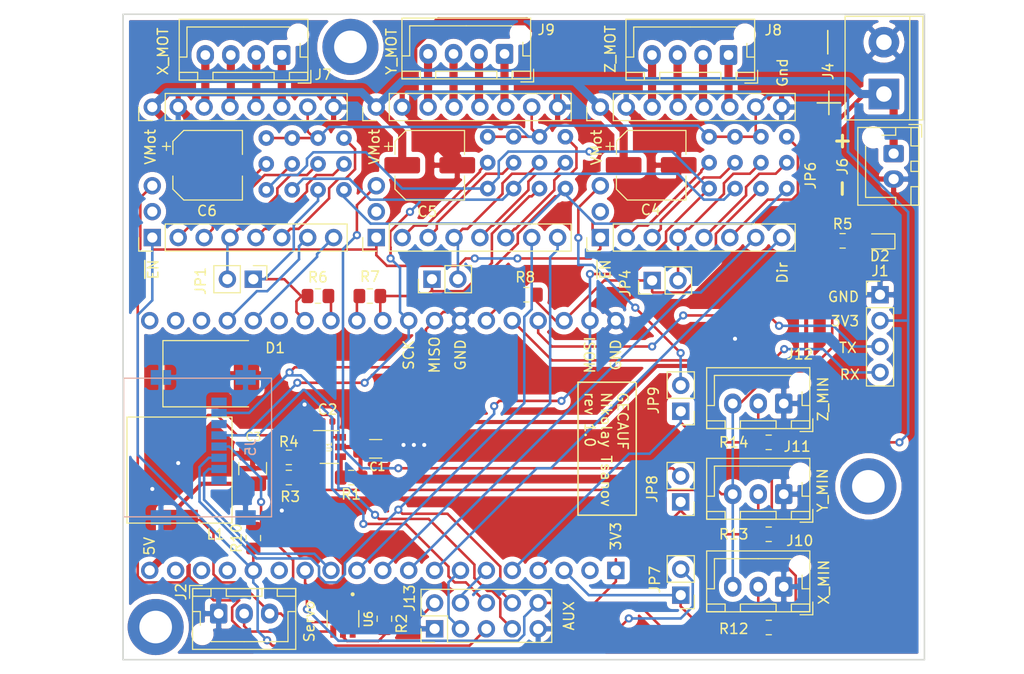
<source format=kicad_pcb>
(kicad_pcb (version 20211014) (generator pcbnew)
  (title_block (title "GECAUF") (date "2020-06-28") (rev "1.0") (company "Nikolay Tsanov"))
  (layers (0 "F.Cu" signal) (31 "B.Cu" signal) (34 "B.Paste" user) (35 "F.Paste" user) (36 "B.SilkS" user "B.Silkscreen") (37 "F.SilkS" user "F.Silkscreen") (38 "B.Mask" user) (39 "F.Mask" user) (44 "Edge.Cuts" user))
  (net 0 "")
  (net 1 "Vin")
  (net 2 "Earth")
  (net 3 "Net-(C2-Pad1)")
  (net 4 "Net-(C2-Pad2)")
  (net 5 "+5V")
  (net 6 "Net-(D2-Pad2)")
  (net 7 "RX")
  (net 8 "TX")
  (net 9 "+3V3")
  (net 10 "Servo_PWM_5V")
  (net 11 "AUX1")
  (net 12 "Net-(J5-Pad8)")
  (net 13 "SPI_MISO")
  (net 14 "Net-(J5-Pad6)")
  (net 15 "SPI_SCK")
  (net 16 "SPI_MOSI")
  (net 17 "SD_CS")
  (net 18 "Net-(J5-Pad1)")
  (net 19 "Net-(J7-Pad1)")
  (net 20 "Net-(J7-Pad2)")
  (net 21 "Net-(J7-Pad3)")
  (net 22 "Net-(J7-Pad4)")
  (net 23 "Net-(J8-Pad4)")
  (net 24 "Net-(J8-Pad3)")
  (net 25 "Net-(J8-Pad2)")
  (net 26 "Net-(J8-Pad1)")
  (net 27 "Net-(J9-Pad1)")
  (net 28 "Net-(J9-Pad2)")
  (net 29 "Net-(J9-Pad3)")
  (net 30 "Net-(J9-Pad4)")
  (net 31 "X_MIN")
  (net 32 "Y_MIN")
  (net 33 "Z_MIN")
  (net 34 "Enable")
  (net 35 "Net-(JP1-Pad2)")
  (net 36 "X_CS")
  (net 37 "Net-(JP2-Pad2)")
  (net 38 "Net-(JP2-Pad8)")
  (net 39 "Net-(JP2-Pad11)")
  (net 40 "Net-(JP3-Pad2)")
  (net 41 "Y_CS")
  (net 42 "Z_CS")
  (net 43 "Net-(JP4-Pad2)")
  (net 44 "Net-(JP5-Pad11)")
  (net 45 "Net-(JP5-Pad8)")
  (net 46 "Net-(JP5-Pad2)")
  (net 47 "Net-(JP6-Pad2)")
  (net 48 "Net-(JP6-Pad8)")
  (net 49 "Net-(JP6-Pad11)")
  (net 50 "Net-(JP7-Pad2)")
  (net 51 "Net-(JP8-Pad2)")
  (net 52 "Net-(JP9-Pad2)")
  (net 53 "Net-(R1-Pad2)")
  (net 54 "Net-(R2-Pad2)")
  (net 55 "Net-(R3-Pad1)")
  (net 56 "X_TX")
  (net 57 "Y_TX")
  (net 58 "Z_TX")
  (net 59 "Y_DIR")
  (net 60 "X_DIR")
  (net 61 "Z_STEP")
  (net 62 "Y_STEP")
  (net 63 "X_STEP")
  (net 64 "Net-(U2-Pad14)")
  (net 65 "Net-(U2-Pad16)")
  (net 66 "Net-(U2-Pad17)")
  (net 67 "Net-(U2-Pad18)")
  (net 68 "Z_DIR")
  (net 69 "Net-(U2-Pad2)")
  (net 70 "Net-(U2-Pad38)")
  (net 71 "Net-(U2-Pad37)")
  (net 72 "Net-(U2-Pad36)")
  (net 73 "Servo_PWM_3v3")
  (net 74 "Net-(U2-Pad33)")
  (net 75 "Net-(U3-Pad17)")
  (net 76 "Net-(U4-Pad17)")
  (net 77 "Net-(U5-Pad17)")
  (net 78 "Net-(JP2-Pad1)")
  (net 79 "Net-(JP5-Pad1)")
  (net 80 "Net-(JP6-Pad1)")
  (net 81 "AUX2")
  (footprint "Resistor_SMD:R_0805_2012Metric_Pad1.15x1.40mm_HandSolder" (layer "F.Cu") (at 112.776 151.375 90)
    (fp_text reference "R10")
    (fp_text value "10K")
  )
  (footprint "esp32-dev:SMDRH104R" (layer "F.Cu") (at 105.537 149.906)
    (fp_text reference "L1")
    (fp_text value "22uH")
  )
  (footprint "Resistor_SMD:R_0805_2012Metric_Pad1.15x1.40mm_HandSolder" (layer "F.Cu") (at 170.5774 122.2248)
    (fp_text reference "R5")
    (fp_text value "2k")
  )
  (footprint "Resistor_SMD:R_0805_2012Metric_Pad1.15x1.40mm_HandSolder" (layer "F.Cu") (at 124.206 127.635 180)
    (fp_text reference "R7")
    (fp_text value "1K")
  )
  (footprint "LED_SMD:LED_0603_1608Metric" (layer "F.Cu") (at 174.2187 122.2756 180)
    (fp_text reference "D2")
    (fp_text value "LED")
  )
  (footprint "Connector_JST:JST_XH_B4B-XH-AM_1x04_P2.50mm_Vertical" (layer "F.Cu") (at 115.57 104 180)
    (fp_text reference "J7")
    (fp_text value "X_MOT")
  )
  (footprint "Capacitor_SMD:CP_Elec_6.3x7.7" (layer "F.Cu") (at 130.081 114.808)
    (fp_text reference "C5")
    (fp_text value "35V/100uF")
  )
  (footprint "TerminalBlock:TerminalBlock_bornier-2_P5.08mm" (layer "F.Cu") (at 174.625 107.823 90)
    (fp_text reference "J4")
    (fp_text value "Power")
  )
  (footprint "stepstick:stepstick" (layer "F.Cu") (at 111.76 115.5 90)
    (fp_text reference "U3")
    (fp_text value "stepstick")
  )
  (footprint "stepstick:stepstick" (layer "F.Cu") (at 155.702 115.5 90)
    (fp_text reference "U5")
    (fp_text value "stepstick")
  )
  (footprint "Connector_JST:JST_XH_B2B-XH-AM_1x02_P2.50mm_Vertical" (layer "F.Cu") (at 175.5775 113.665 -90)
    (fp_text reference "J6")
    (fp_text value "Power out")
  )
  (footprint "Capacitor_SMD:CP_Elec_6.3x7.7" (layer "F.Cu") (at 108.298 114.808)
    (fp_text reference "C6")
    (fp_text value "35V/100uF")
  )
  (footprint "stepstick:cfg_pins" (layer "F.Cu") (at 121.666 114.681 -90)
    (fp_text reference "JP2")
    (fp_text value "X_CFG")
  )
  (footprint "stepstick:cfg_pins" (layer "F.Cu") (at 143.383 114.554 -90)
    (fp_text reference "JP5")
    (fp_text value "Y_CFG")
  )
  (footprint "stepstick:cfg_pins" (layer "F.Cu") (at 165.1 114.554 -90)
    (fp_text reference "JP6")
    (fp_text value "Z_CFG")
  )
  (footprint "Connector_PinHeader_2.54mm:PinHeader_1x02_P2.54mm_Vertical" (layer "F.Cu") (at 112.776 125.984 -90)
    (fp_text reference "JP1")
    (fp_text value "Jumper")
  )
  (footprint "Connector_PinHeader_2.54mm:PinHeader_1x02_P2.54mm_Vertical" (layer "F.Cu") (at 130.302 125.984 90)
    (fp_text reference "JP3")
    (fp_text value "Jumper")
  )
  (footprint "Resistor_SMD:R_0805_2012Metric_Pad1.15x1.40mm_HandSolder" (layer "F.Cu") (at 119.117 127.635)
    (fp_text reference "R6")
    (fp_text value "1K")
  )
  (footprint "Connector_JST:JST_XH_B3B-XH-AM_1x03_P2.50mm_Vertical" (layer "F.Cu") (at 164.8 138.176 180)
    (fp_text reference "J12")
    (fp_text value "Z_MIN")
  )
  (footprint "Resistor_SMD:R_0805_2012Metric_Pad1.15x1.40mm_HandSolder" (layer "F.Cu") (at 139.564 127.508 180)
    (fp_text reference "R8")
    (fp_text value "1K")
  )
  (footprint "Connector_PinHeader_2.54mm:PinHeader_1x02_P2.54mm_Vertical" (layer "F.Cu") (at 154.686 147.828 180)
    (fp_text reference "JP8")
    (fp_text value "Jumper")
  )
  (footprint "Connector_PinHeader_2.54mm:PinHeader_1x02_P2.54mm_Vertical" (layer "F.Cu") (at 154.7 138.938 180)
    (fp_text reference "JP9")
    (fp_text value "Jumper")
  )
  (footprint "Connector_PinHeader_2.54mm:PinHeader_1x02_P2.54mm_Vertical" (layer "F.Cu") (at 154.7 156.972 180)
    (fp_text reference "JP7")
    (fp_text value "Jumper")
  )
  (footprint "Connector_JST:JST_XH_B3B-XH-AM_1x03_P2.50mm_Vertical" (layer "F.Cu") (at 164.8 156.1465 180)
    (fp_text reference "J10")
    (fp_text value "X_MIN")
  )
  (footprint "Resistor_SMD:R_0805_2012Metric_Pad1.15x1.40mm_HandSolder" (layer "F.Cu") (at 163.322 151.003)
    (fp_text reference "R13")
    (fp_text value "10k")
  )
  (footprint "Resistor_SMD:R_0805_2012Metric_Pad1.15x1.40mm_HandSolder" (layer "F.Cu") (at 163.322 141.986)
    (fp_text reference "R14")
    (fp_text value "10k")
  )
  (footprint "Connector_JST:JST_XH_B3B-XH-AM_1x03_P2.50mm_Vertical" (layer "F.Cu") (at 164.8 147.066 180)
    (fp_text reference "J11")
    (fp_text value "Y_MIN")
  )
  (footprint "Resistor_SMD:R_0805_2012Metric_Pad1.15x1.40mm_HandSolder" (layer "F.Cu") (at 163.331 160.147)
    (fp_text reference "R12")
    (fp_text value "10k")
  )
  (footprint "Diode_SMD:D_SMC" (layer "F.Cu") (at 108.712 135.255)
    (fp_text reference "D1")
    (fp_text value "B340")
  )
  (footprint "Connector_PinHeader_2.54mm:PinHeader_2x05_P2.54mm_Vertical" (layer "F.Cu") (at 130.556 160.274 90)
    (fp_text reference "J13")
    (fp_text value "AUX")
  )
  (footprint "Connector_PinHeader_2.54mm:PinHeader_1x04_P2.54mm_Vertical" (layer "F.Cu") (at 174.244 127.508)
    (fp_text reference "J1")
    (fp_text value "Uart")
  )
  (footprint "esp32-dev:esp32-dev" (layer "F.Cu") (at 125.476 142.298 180)
    (fp_text reference "U2")
    (fp_text value "esp32-dev")
  )
  (footprint "Connector_JST:JST_XH_B4B-XH-AM_1x04_P2.50mm_Vertical" (layer "F.Cu") (at 137.414 103.886 180)
    (fp_text reference "J9")
    (fp_text value "Y_MOT")
  )
  (footprint "Connector_JST:JST_XH_B4B-XH-AM_1x04_P2.50mm_Vertical" (layer "F.Cu") (at 159.385 104 180)
    (fp_text reference "J8")
    (fp_text value "Z_MOT")
  )
  (footprint "Connector_PinHeader_2.54mm:PinHeader_1x02_P2.54mm_Vertical" (layer "F.Cu") (at 151.892 126.111 90)
    (fp_text reference "JP4")
    (fp_text value "Jumper")
  )
  (footprint "stepstick:stepstick" (layer "F.Cu") (at 133.731 115.5 90)
    (fp_text reference "U4")
    (fp_text value "stepstick")
  )
  (footprint "Capacitor_SMD:CP_Elec_6.3x7.7" (layer "F.Cu") (at 151.798 114.808)
    (fp_text reference "C4")
    (fp_text value "35V/100uF")
  )
  (footprint "TXS0101DBVR:SOT95P280X145-6N" (layer "F.Cu") (at 121.56948 159.28848 -90)
    (fp_text reference "U6")
    (fp_text value "TXS0101DBVR")
  )
  (footprint "Connector_JST:JST_XH_B3B-XH-AM_1x03_P2.50mm_Vertical" (layer "F.Cu") (at 109.37748 158.78048)
    (fp_text reference "J2")
    (fp_text value "Servo")
  )
  (footprint "Resistor_SMD:R_0805_2012Metric_Pad1.15x1.40mm_HandSolder" (layer "F.Cu") (at 125.63348 159.28848 -90)
    (fp_text reference "R2")
    (fp_text value "10k")
  )
  (footprint "Capacitor_SMD:C_0402_1005Metric" (layer "F.Cu") (at 120.0507 139.93876)
    (fp_text reference "C2")
    (fp_text value "0.1uF/16V")
  )
  (footprint "Resistor_SMD:R_0805_2012Metric_Pad1.15x1.40mm_HandSolder" (layer "F.Cu") (at 116.2595 143.4592 180)
    (fp_text reference "R4")
    (fp_text value "9.53k")
  )
  (footprint "Resistor_SMD:R_0805_2012Metric_Pad1.15x1.40mm_HandSolder" (layer "F.Cu") (at 122.3735 145.4404 180)
    (fp_text reference "R1")
    (fp_text value "49.9k")
  )
  (footprint "Package_TO_SOT_SMD:SOT-23-6" (layer "F.Cu") (at 120.2309 142.4432)
    (fp_text reference "U1")
    (fp_text value "AOZ1282CI")
  )
  (footprint "Resistor_SMD:R_0805_2012Metric_Pad1.15x1.40mm_HandSolder" (layer "F.Cu") (at 116.2595 145.438 180)
    (fp_text reference "R3")
    (fp_text value "49,9k")
  )
  (footprint "Capacitor_SMD:C_1210_3225Metric_Pad1.42x2.65mm_HandSolder" (layer "F.Cu") (at 112.7125 144.5625 90)
    (fp_text reference "C3")
    (fp_text value "16v/10uF")
  )
  (footprint "Capacitor_SMD:C_1206_3216Metric_Pad1.42x1.75mm_HandSolder" (layer "F.Cu") (at 124.7775 142.621)
    (fp_text reference "C1")
    (fp_text value "35V/4.7uF")
  )
  (footprint "MountingHole:MountingHole_3.2mm_M3_ISO14580_Pad" (layer "F.Cu") (at 103.2 160.1)
    (fp_text reference "REF**")
    (fp_text value "MountingHole_3.2mm_M3_ISO14580_Pad")
  )
  (footprint "MountingHole:MountingHole_3.2mm_M3_ISO14580_Pad" (layer "F.Cu") (at 122.3 103.2)
    (fp_text reference "REF**")
    (fp_text value "MountingHole_3.2mm_M3_ISO14580_Pad")
  )
  (footprint "MountingHole:MountingHole_3.2mm_M3_ISO14580_Pad" (layer "F.Cu") (at 173.1 146.3)
    (fp_text reference "REF**")
    (fp_text value "MountingHole_3.2mm_M3_ISO14580_Pad")
  )
  (footprint "sd_slot:MOLEX-472192001" (layer "B.Cu") (at 112.014 142.494 -90)
    (fp_text reference "J5")
    (fp_text value "microSD")
  )
  (gr_line (start 150.33244 149.12848) (end 150.33244 136.15416) (layer "F.SilkS") (width 0.15))
  (gr_line (start 144.62252 149.12848) (end 150.33244 149.12848) (layer "F.SilkS") (width 0.15))
  (gr_line (start 150.23084 136.08812) (end 144.62252 136.08812) (layer "F.SilkS") (width 0.15))
  (gr_line (start 144.62252 136.08812) (end 144.62252 149.12848) (layer "F.SilkS") (width 0.15))
  (gr_line (start 100 100) (end 100 163.3) (layer "Edge.Cuts") (width 0.15))
  (gr_line (start 178.6 100) (end 178.6 163.3) (layer "Edge.Cuts") (width 0.15))
  (gr_line (start 100 163.3) (end 178.6 163.3) (layer "Edge.Cuts") (width 0.15))
  (gr_line (start 100 100) (end 178.6 100) (layer "Edge.Cuts") (width 0.15))
  (gr_text "-" (at 170.434 117.094 90) (layer "F.SilkS") (effects (font (size 1.5 1.5) (thickness 0.3))))
  (gr_text "RX" (at 171.2722 135.3566) (layer "F.SilkS") (effects (font (size 1 1))))
  (gr_text "GND" (at 170.6626 127.7112) (layer "F.SilkS") (effects (font (size 1 1))))
  (gr_text "~{EN}" (at 102.9589 125.0315 90) (layer "F.SilkS") (effects (font (size 1 1))))
  (gr_text "GECAUF\nNikolay Tsanov\nrev 1.0" (at 147.38604 136.97204 270) (layer "F.SilkS") (effects (font (size 1 1)) (justify left)))
  (gr_text "TX" (at 171.0944 132.715) (layer "F.SilkS") (effects (font (size 1 1))))
  (gr_text "+" (at 170.561 112.3315) (layer "F.SilkS") (effects (font (size 1.5 1.5) (thickness 0.3))))
  (gr_text "-" (at 169.3545 102.743 -90) (layer "F.SilkS") (effects (font (size 3 3))))
  (gr_text "3V3" (at 170.815 130.0988) (layer "F.SilkS") (effects (font (size 1 1))))
  (gr_text "~{EN}" (at 147.3073 125.0315 90) (layer "F.SilkS") (effects (font (size 1 1))))
  (gr_text "+" (at 169.2275 108.458) (layer "F.SilkS") (effects (font (size 3 3))))
  (segment (start 121.3309 142.4432) (end 123.1122 142.4432) (width 0.4) (layer "F.Cu") (net 1))
  (segment (start 175.5775 113.665) (end 175.5775 108.7755) (width 0.8) (layer "F.Cu") (net 1))
  (segment (start 149.098 114.808) (end 149.098 111.386) (width 0.8) (layer "F.Cu") (net 1))
  (segment (start 172.725 107.823) (end 167 113.548) (width 0.4) (layer "F.Cu") (net 1))
  (segment (start 175.5775 108.7755) (end 174.625 107.823) (width 0.8) (layer "F.Cu") (net 1))
  (segment (start 129.250539 139.992001) (end 127.89655 141.34599) (width 0.4) (layer "F.Cu") (net 1))
  (segment (start 123.29 141.746) (end 123.29 142.621) (width 0.4) (layer "F.Cu") (net 1))
  (segment (start 127.381 111.64) (end 124.841 109.1) (width 0.8) (layer "F.Cu") (net 1))
  (segment (start 127.89655 141.34599) (end 123.69001 141.34599) (width 0.4) (layer "F.Cu") (net 1))
  (segment (start 105.598 111.828) (end 102.87 109.1) (width 0.8) (layer "F.Cu") (net 1))
  (segment (start 167 134.493) (end 152.308998 134.493) (width 0.4) (layer "F.Cu") (net 1))
  (segment (start 123.29 145.3319) (end 123.3985 145.4404) (width 0.4) (layer "F.Cu") (net 1))
  (segment (start 105.598 114.808) (end 105.598 111.828) (width 0.8) (layer "F.Cu") (net 1))
  (segment (start 167 113.548) (end 167 134.493) (width 0.4) (layer "F.Cu") (net 1))
  (segment (start 127.381 114.808) (end 127.381 111.64) (width 0.8) (layer "F.Cu") (net 1))
  (segment (start 123.29 142.621) (end 123.29 145.3319) (width 0.4) (layer "F.Cu") (net 1))
  (segment (start 152.308998 134.493) (end 146.809997 139.992001) (width 0.4) (layer "F.Cu") (net 1))
  (segment (start 174.625 107.823) (end 172.725 107.823) (width 0.4) (layer "F.Cu") (net 1))
  (segment (start 149.098 111.386) (end 146.812 109.1) (width 0.8) (layer "F.Cu") (net 1))
  (segment (start 123.69001 141.34599) (end 123.29 141.746) (width 0.4) (layer "F.Cu") (net 1))
  (segment (start 146.809997 139.992001) (end 129.250539 139.992001) (width 0.4) (layer "F.Cu") (net 1))
  (segment (start 123.390999 107.649999) (end 104.320001 107.649999) (width 0.8) (layer "B.Cu") (net 1))
  (segment (start 127.388 106.553) (end 124.841 109.1) (width 0.8) (layer "B.Cu") (net 1))
  (segment (start 171.055 106.553) (end 144.018 106.553) (width 0.8) (layer "B.Cu") (net 1))
  (segment (start 172.325 107.823) (end 171.055 106.553) (width 0.8) (layer "B.Cu") (net 1))
  (segment (start 104.320001 107.649999) (end 103.719999 108.250001) (width 0.8) (layer "B.Cu") (net 1))
  (segment (start 174.625 107.823) (end 172.325 107.823) (width 0.8) (layer "B.Cu") (net 1))
  (segment (start 124.841 109.1) (end 123.390999 107.649999) (width 0.8) (layer "B.Cu") (net 1))
  (segment (start 146.812 109.1) (end 144.265 106.553) (width 0.8) (layer "B.Cu") (net 1))
  (segment (start 144.265 106.553) (end 144.018 106.553) (width 0.8) (layer "B.Cu") (net 1))
  (segment (start 103.719999 108.250001) (end 102.87 109.1) (width 0.8) (layer "B.Cu") (net 1))
  (segment (start 144.018 106.553) (end 127.388 106.553) (width 0.8) (layer "B.Cu") (net 1))
  (segment (start 121.56948 158.03348) (end 121.56948 157.17848) (width 0.25) (layer "F.Cu") (net 2))
  (segment (start 121.56948 158.03348) (end 121.56948 157.503478) (width 0.25) (layer "F.Cu") (net 2))
  (segment (start 142.621 103.716998) (end 142.621 107.897919) (width 0.8) (layer "F.Cu") (net 2))
  (segment (start 150.201999 109.949999) (end 150.201999 110.323999) (width 0.8) (layer "F.Cu") (net 2))
  (segment (start 129.4314 111.1504) (end 128.230999 109.949999) (width 0.8) (layer "F.Cu") (net 2))
  (segment (start 116.263362 148.67636) (end 116.135685 148.67636) (width 0.25) (layer "F.Cu") (net 2))
  (segment (start 132.781 114.008) (end 129.9234 111.1504) (width 0.8) (layer "F.Cu") (net 2))
  (segment (start 128.230999 109.949999) (end 127.381 109.1) (width 0.8) (layer "F.Cu") (net 2))
  (segment (start 132.781 114.808) (end 132.781 114.008) (width 0.8) (layer "F.Cu") (net 2))
  (segment (start 118.2009 142.4432) (end 118.11689 142.35919) (width 0.4) (layer "F.Cu") (net 2))
  (segment (start 150.201999 110.323999) (end 151.384 111.506) (width 0.8) (layer "F.Cu") (net 2))
  (segment (start 116.135685 148.67636) (end 115.57 148.67636) (width 0.25) (layer "F.Cu") (net 2))
  (segment (start 132.781 114.808) (end 128.46399 110.49099) (width 0.8) (layer "F.Cu") (net 2))
  (segment (start 139.590001 100.685999) (end 142.621 103.716998) (width 0.8) (layer "F.Cu") (net 2))
  (segment (start 119.1309 142.4432) (end 118.2009 142.4432) (width 0.4) (layer "F.Cu") (net 2))
  (segment (start 130.938378 100.685999) (end 139.590001 100.685999) (width 0.8) (layer "F.Cu") (net 2))
  (segment (start 128.46399 110.49099) (end 128.46399 103.160387) (width 0.8) (layer "F.Cu") (net 2))
  (segment (start 121.571001 155.112001) (end 121.571001 153.983999) (width 0.25) (layer "F.Cu") (net 2))
  (segment (start 121.56948 158.03348) (end 121.56948 155.113522) (width 0.25) (layer "F.Cu") (net 2))
  (segment (start 105.41 109.1) (end 106.259999 109.949999) (width 0.8) (layer "F.Cu") (net 2))
  (segment (start 127.381 109.1) (end 130.302 112.021) (width 0.8) (layer "F.Cu") (net 2))
  (segment (start 129.9234 111.1504) (end 129.4314 111.1504) (width 0.8) (layer "F.Cu") (net 2))
  (segment (start 121.56948 155.113522) (end 121.571001 155.112001) (width 0.25) (layer "F.Cu") (net 2))
  (segment (start 121.571001 153.983999) (end 116.263362 148.67636) (width 0.25) (layer "F.Cu") (net 2))
  (segment (start 115.63451 142.35919) (end 115.2345 142.7592) (width 0.4) (layer "F.Cu") (net 2))
  (segment (start 142.621 107.897919) (end 142.621 109.1) (width 0.8) (layer "F.Cu") (net 2))
  (segment (start 115.2345 142.7592) (end 115.2345 143.4592) (width 0.4) (layer "F.Cu") (net 2))
  (segment (start 106.259999 109.949999) (end 106.259999 110.069999) (width 0.8) (layer "F.Cu") (net 2))
  (segment (start 106.259999 110.069999) (end 108.458 112.268) (width 0.8) (layer "F.Cu") (net 2))
  (segment (start 113.0967 143.4592) (end 112.7125 143.075) (width 0.4) (layer "F.Cu") (net 2))
  (segment (start 128.46399 103.160387) (end 130.938378 100.685999) (width 0.8) (layer "F.Cu") (net 2))
  (segment (start 149.352 109.1) (end 150.201999 109.949999) (width 0.8) (layer "F.Cu") (net 2))
  (segment (start 118.11689 142.35919) (end 115.63451 142.35919) (width 0.4) (layer "F.Cu") (net 2))
  (segment (start 115.2345 143.4592) (end 113.0967 143.4592) (width 0.4) (layer "F.Cu") (net 2))
  (segment (start 164.211 137.795) (end 164.084 137.668) (width 0.25) (layer "F.Cu") (net 2))
  (segment (start 119.1309 142.4432) (end 119.1309 142.4383) (width 0.25) (layer "F.Cu") (net 2))
  (via (at 105.41 144.018) (size 0.8) (drill 0.4) (layers "F.Cu" "B.Cu") (net 2))
  (via (at 128.524 142.24) (size 0.8) (drill 0.4) (layers "F.Cu" "B.Cu") (net 2))
  (via (at 160.02 131.826) (size 0.8) (drill 0.4) (layers "F.Cu" "B.Cu") (net 2))
  (via (at 129.54 142.24) (size 0.8) (drill 0.4) (layers "F.Cu" "B.Cu") (net 2))
  (via (at 117.8052 138.2776) (size 0.8) (drill 0.4) (layers "F.Cu" "B.Cu") (net 2))
  (via (at 127.508 142.24) (size 0.8) (drill 0.4) (layers "F.Cu" "B.Cu") (net 2))
  (via (at 102.87 146.558) (size 0.8) (drill 0.4) (layers "F.Cu" "B.Cu") (net 2))
  (via (at 115.57 148.67636) (size 0.8) (drill 0.4) (layers "F.Cu" "B.Cu") (net 2))
  (segment (start 112.014 149.369) (end 114.87736 149.369) (width 0.25) (layer "B.Cu") (net 2))
  (segment (start 114.87736 149.369) (end 115.57 148.67636) (width 0.25) (layer "B.Cu") (net 2))
  (segment (start 119.1309 140.37356) (end 119.5657 139.93876) (width 0.25) (layer "F.Cu") (net 3))
  (segment (start 119.1309 141.4932) (end 119.1309 140.37356) (width 0.25) (layer "F.Cu") (net 3))
  (segment (start 120.5509 141.4932) (end 121.3309 141.4932) (width 0.25) (layer "F.Cu") (net 4))
  (segment (start 107.587 140.056) (end 105.537 140.056) (width 0.25) (layer "F.Cu") (net 4))
  (segment (start 120.5357 139.61876) (end 120.5357 139.93876) (width 0.25) (layer "F.Cu") (net 4))
  (segment (start 117.88902 141.29512) (end 118.680891 140.503249) (width 0.25) (layer "F.Cu") (net 4))
  (segment (start 118.680891 140.503249) (end 118.680891 139.835337) (width 0.25) (layer "F.Cu") (net 4))
  (segment (start 109.19729 139.30899) (end 111.18342 141.29512) (width 0.25) (layer "F.Cu") (net 4))
  (segment (start 105.312 139.831) (end 105.537 140.056) (width 0.8) (layer "F.Cu") (net 4))
  (segment (start 105.312 135.255) (end 105.312 139.831) (width 0.8) (layer "F.Cu") (net 4))
  (segment (start 120.5357 141.478) (end 120.5509 141.4932) (width 0.25) (layer "F.Cu") (net 4))
  (segment (start 119.222478 139.29375) (end 120.21069 139.29375) (width 0.25) (layer "F.Cu") (net 4))
  (segment (start 108.33401 139.30899) (end 109.19729 139.30899) (width 0.25) (layer "F.Cu") (net 4))
  (segment (start 120.5357 139.93876) (end 120.5357 141.478) (width 0.25) (layer "F.Cu") (net 4))
  (segment (start 120.21069 139.29375) (end 120.5357 139.61876) (width 0.25) (layer "F.Cu") (net 4))
  (segment (start 111.18342 141.29512) (end 117.88902 141.29512) (width 0.25) (layer "F.Cu") (net 4))
  (segment (start 108.33401 139.30899) (end 107.587 140.056) (width 0.25) (layer "F.Cu") (net 4))
  (segment (start 118.680891 139.835337) (end 119.222478 139.29375) (width 0.25) (layer "F.Cu") (net 4))
  (segment (start 122.444479 159.613479) (end 122.51948 159.68848) (width 0.25) (layer "F.Cu") (net 5))
  (segment (start 122.51948 159.68848) (end 122.51948 160.54348) (width 0.25) (layer "F.Cu") (net 5))
  (segment (start 167.217466 135.01801) (end 169.5524 132.683076) (width 0.25) (layer "F.Cu") (net 5))
  (segment (start 129.706001 158.583999) (end 130.556 157.734) (width 0.25) (layer "F.Cu") (net 5))
  (segment (start 105.537 148.206) (end 105.537 149.606) (width 0.4) (layer "F.Cu") (net 5))
  (segment (start 158.286999 146.652999) (end 115.749499 146.652999) (width 0.25) (layer "F.Cu") (net 5))
  (segment (start 169.5524 122.9248) (end 169.5524 122.2248) (width 0.25) (layer "F.Cu") (net 5))
  (segment (start 158.7 147.066) (end 158.286999 146.652999) (width 0.25) (layer "F.Cu") (net 5))
  (segment (start 122.51948 160.54348) (end 123.05948 160.54348) (width 0.25) (layer "F.Cu") (net 5))
  (segment (start 105.537 149.606) (end 105.537 151.627) (width 0.8) (layer "F.Cu") (net 5))
  (segment (start 115.2345 146.138) (end 115.2345 145.438) (width 0.25) (layer "F.Cu") (net 5))
  (segment (start 160.513285 138.176) (end 163.671275 135.01801) (width 0.25) (layer "F.Cu") (net 5))
  (segment (start 112.7125 146.05) (end 107.693 146.05) (width 0.4) (layer "F.Cu") (net 5))
  (segment (start 114.37748 158.78048) (end 114.37748 158.65548) (width 0.25) (layer "F.Cu") (net 5))
  (segment (start 109.671999 155.723001) (end 108.871001 154.922003) (width 0.25) (layer "F.Cu") (net 5))
  (segment (start 108.871001 154.922003) (end 108.871001 150.890001) (width 0.25) (layer "F.Cu") (net 5))
  (segment (start 159.8 138.176) (end 160.513285 138.176) (width 0.25) (layer "F.Cu") (net 5))
  (segment (start 107.693 146.05) (end 105.537 148.206) (width 0.4) (layer "F.Cu") (net 5))
  (segment (start 115.2345 145.438) (end 113.3245 145.438) (width 0.4) (layer "F.Cu") (net 5))
  (segment (start 163.671275 135.01801) (end 167.217466 135.01801) (width 0.25) (layer "F.Cu") (net 5))
  (segment (start 124.43947 159.16349) (end 129.12651 159.16349) (width 0.25) (layer "F.Cu") (net 5))
  (segment (start 129.12651 159.16349) (end 129.706001 158.583999) (width 0.25) (layer "F.Cu") (net 5))
  (segment (start 105.537 151.627) (end 102.616 154.548) (width 0.8) (layer "F.Cu") (net 5))
  (segment (start 159.8 147.066) (end 158.7 147.066) (width 0.25) (layer "F.Cu") (net 5))
  (segment (start 111.445001 155.723001) (end 109.671999 155.723001) (width 0.25) (layer "F.Cu") (net 5))
  (segment (start 122.444479 159.613479) (end 116.310479 159.613479) (width 0.25) (layer "F.Cu") (net 5))
  (segment (start 113.3245 145.438) (end 112.7125 146.05) (width 0.4) (layer "F.Cu") (net 5))
  (segment (start 123.05948 160.54348) (end 124.43947 159.16349) (width 0.25) (layer "F.Cu") (net 5))
  (segment (start 108.871001 150.890001) (end 107.587 149.606) (width 0.25) (layer "F.Cu") (net 5))
  (segment (start 115.47748 158.78048) (end 114.37748 158.78048) (width 0.25) (layer "F.Cu") (net 5))
  (segment (start 169.5524 132.683076) (end 169.5524 122.9248) (width 0.25) (layer "F.Cu") (net 5))
  (segment (start 115.749499 146.652999) (end 115.2345 146.138) (width 0.25) (layer "F.Cu") (net 5))
  (segment (start 107.587 149.606) (end 105.537 149.606) (width 0.25) (layer "F.Cu") (net 5))
  (segment (start 114.37748 158.65548) (end 111.445001 155.723001) (width 0.25) (layer "F.Cu") (net 5))
  (segment (start 116.310479 159.613479) (end 115.47748 158.78048) (width 0.25) (layer "F.Cu") (net 5))
  (segment (start 159.8 148.291) (end 159.8 156.1465) (width 0.25) (layer "B.Cu") (net 5))
  (segment (start 159.8 147.066) (end 160.513285 147.066) (width 0.25) (layer "B.Cu") (net 5))
  (segment (start 159.8 147.066) (end 159.8 138.176) (width 0.25) (layer "B.Cu") (net 5))
  (segment (start 159.8 147.066) (end 159.8 148.291) (width 0.25) (layer "B.Cu") (net 5))
  (segment (start 173.4312 122.2756) (end 171.6532 122.2756) (width 0.8) (layer "F.Cu") (net 6))
  (segment (start 171.6532 122.2756) (end 171.6024 122.2248) (width 0.8) (layer "F.Cu") (net 6))
  (segment (start 164.846 132.842) (end 164.846 132.842) (width 0.25) (layer "F.Cu") (net 7))
  (segment (start 142.076001 133.948001) (end 163.739999 133.948001) (width 0.25) (layer "F.Cu") (net 7))
  (segment (start 138.176 130.048) (end 142.076001 133.948001) (width 0.25) (layer "F.Cu") (net 7))
  (segment (start 163.739999 133.948001) (end 164.846 132.842) (width 0.25) (layer "F.Cu") (net 7))
  (via (at 164.846 132.842) (size 0.8) (drill 0.4) (layers "F.Cu" "B.Cu") (net 7))
  (segment (start 164.846 132.842) (end 168.656 132.842) (width 0.25) (layer "B.Cu") (net 7))
  (segment (start 170.942 135.128) (end 174.244 135.128) (width 0.25) (layer "B.Cu") (net 7))
  (segment (start 168.656 132.842) (end 170.942 135.128) (width 0.25) (layer "B.Cu") (net 7))
  (segment (start 151.892 132.588) (end 151.892 132.588) (width 0.25) (layer "F.Cu") (net 8))
  (segment (start 164.338 130.556) (end 164.338 130.556) (width 0.25) (layer "F.Cu") (net 8))
  (segment (start 140.716 130.048) (end 140.716 131.250081) (width 0.25) (layer "F.Cu") (net 8))
  (segment (start 140.716 131.250081) (end 142.053919 132.588) (width 0.25) (layer "F.Cu") (net 8))
  (segment (start 163.322 129.54) (end 164.338 130.556) (width 0.25) (layer "F.Cu") (net 8))
  (segment (start 142.053919 132.588) (end 151.892 132.588) (width 0.25) (layer "F.Cu") (net 8))
  (segment (start 154.94 129.54) (end 163.322 129.54) (width 0.25) (layer "F.Cu") (net 8))
  (via (at 164.338 130.556) (size 0.8) (drill 0.4) (layers "F.Cu" "B.Cu") (net 8))
  (via (at 154.94 129.54) (size 0.8) (drill 0.4) (layers "F.Cu" "B.Cu") (net 8))
  (via (at 151.892 132.588) (size 0.8) (drill 0.4) (layers "F.Cu" "B.Cu") (net 8))
  (segment (start 154.94 129.54) (end 154.94 129.54) (width 0.25) (layer "B.Cu") (net 8))
  (segment (start 164.338 130.556) (end 169.672 130.556) (width 0.25) (layer "B.Cu") (net 8))
  (segment (start 151.892 132.588) (end 154.94 129.54) (width 0.25) (layer "B.Cu") (net 8))
  (segment (start 169.672 130.556) (end 171.704 132.588) (width 0.25) (layer "B.Cu") (net 8))
  (segment (start 171.704 132.588) (end 174.244 132.588) (width 0.25) (layer "B.Cu") (net 8))
  (segment (start 176.149 141.986) (end 176.149 141.986) (width 0.25) (layer "F.Cu") (net 9))
  (segment (start 113.538 147.828) (end 113.538 147.828) (width 0.25) (layer "F.Cu") (net 9))
  (segment (start 125.63348 158.26348) (end 122.74948 158.26348) (width 0.25) (layer "F.Cu") (net 9))
  (segment (start 122.74948 158.26348) (end 122.51948 158.03348) (width 0.25) (layer "F.Cu") (net 9))
  (segment (start 164.347 141.986) (end 176.149 141.986) (width 0.25) (layer "F.Cu") (net 9))
  (segment (start 118.11 109.1) (end 118.11 111.506) (width 0.25) (layer "F.Cu") (net 9))
  (segment (start 118.093999 156.988001) (end 118.0338 157.0482) (width 0.25) (layer "F.Cu") (net 9))
  (segment (start 118.745 112.141) (end 113.665 112.141) (width 0.25) (layer "F.Cu") (net 9))
  (segment (start 122.119481 158.963481) (end 120.069479 158.963481) (width 0.25) (layer "F.Cu") (net 9))
  (segment (start 116.680999 155.575001) (end 116.680999 153.554999) (width 0.25) (layer "F.Cu") (net 9))
  (segment (start 140.081001 111.252001) (end 140.843 112.014) (width 0.25) (layer "F.Cu") (net 9))
  (segment (start 163.62499 142.13301) (end 163.772 141.986) (width 0.25) (layer "F.Cu") (net 9))
  (segment (start 164.5155 151.003) (end 163.9405 151.003) (width 0.25) (layer "F.Cu") (net 9))
  (segment (start 116.680999 153.554999) (end 113.476 150.35) (width 0.25) (layer "F.Cu") (net 9))
  (segment (start 148.336 154.548) (end 148.336 153.448) (width 0.25) (layer "F.Cu") (net 9))
  (segment (start 164.356 160.147) (end 164.931 160.147) (width 0.25) (layer "F.Cu") (net 9))
  (segment (start 164.356 160.847) (end 164.356 160.147) (width 0.25) (layer "F.Cu") (net 9))
  (segment (start 140.081 109.1) (end 140.081001 111.252001) (width 0.25) (layer "F.Cu") (net 9))
  (segment (start 140.716 157.734) (end 145.6182 157.734) (width 0.25) (layer "F.Cu") (net 9))
  (segment (start 113.538 150.288) (end 113.476 150.35) (width 0.25) (layer "F.Cu") (net 9))
  (segment (start 113.476 150.35) (end 112.776 150.35) (width 0.25) (layer "F.Cu") (net 9))
  (segment (start 138.303 112.014) (end 135.763 112.014) (width 0.25) (layer "F.Cu") (net 9))
  (segment (start 145.6182 157.734) (end 146.25 157.734) (width 0.25) (layer "F.Cu") (net 9))
  (segment (start 163.772 141.986) (end 164.347 141.986) (width 0.25) (layer "F.Cu") (net 9))
  (segment (start 126.33348 158.26348) (end 125.63348 158.26348) (width 0.25) (layer "F.Cu") (net 9))
  (segment (start 118.093999 156.988001) (end 116.680999 155.575001) (width 0.25) (layer "F.Cu") (net 9))
  (segment (start 153.86001 161.17201) (end 164.03099 161.17201) (width 0.25) (layer "F.Cu") (net 9))
  (segment (start 164.931 160.147) (end 165.97501 159.10299) (width 0.25) (layer "F.Cu") (net 9))
  (segment (start 118.0338 157.0482) (end 118.0338 158.35884) (width 0.25) (layer "F.Cu") (net 9))
  (segment (start 165.97501 155.071501) (end 164.5155 153.611991) (width 0.25) (layer "F.Cu") (net 9))
  (segment (start 162.052 111.506) (end 162.56 112.014) (width 0.25) (layer "F.Cu") (net 9))
  (segment (start 122.51948 158.03348) (end 122.51948 158.563482) (width 0.25) (layer "F.Cu") (net 9))
  (segment (start 163.62499 150.68749) (end 163.62499 142.13301) (width 0.25) (layer "F.Cu") (net 9))
  (segment (start 122.51948 158.563482) (end 122.119481 158.963481) (width 0.25) (layer "F.Cu") (net 9))
  (segment (start 162.052 109.1) (end 162.052 111.506) (width 0.25) (layer "F.Cu") (net 9))
  (segment (start 160.02 112.014) (end 161.09763 112.014) (width 0.25) (layer "F.Cu") (net 9))
  (segment (start 164.5155 151.703) (end 164.5155 151.003) (width 0.25) (layer "F.Cu") (net 9))
  (segment (start 163.9405 151.003) (end 163.62499 150.68749) (width 0.25) (layer "F.Cu") (net 9))
  (segment (start 157.48 112.014) (end 160.02 112.014) (width 0.25) (layer "F.Cu") (net 9))
  (segment (start 113.538 147.828) (end 113.538 150.288) (width 0.25) (layer "F.Cu") (net 9))
  (segment (start 120.069479 158.963481) (end 118.093999 156.988001) (width 0.25) (layer "F.Cu") (net 9))
  (segment (start 145.6182 157.734) (end 150.422 157.734) (width 0.25) (layer "F.Cu") (net 9))
  (segment (start 164.03099 161.17201) (end 164.356 160.847) (width 0.25) (layer "F.Cu") (net 9))
  (segment (start 161.09763 112.014) (end 162.56 112.014) (width 0.25) (layer "F.Cu") (net 9))
  (segment (start 140.843 112.014) (end 139.76537 112.014) (width 0.25) (layer "F.Cu") (net 9))
  (segment (start 148.336 155.648) (end 148.336 154.548) (width 0.25) (layer "F.Cu") (net 9))
  (segment (start 146.25 157.734) (end 148.336 155.648) (width 0.25) (layer "F.Cu") (net 9))
  (segment (start 164.5155 153.611991) (end 164.5155 151.703) (width 0.25) (layer "F.Cu") (net 9))
  (segment (start 150.422 157.734) (end 153.86001 161.17201) (width 0.25) (layer "F.Cu") (net 9))
  (segment (start 165.97501 159.10299) (end 165.97501 155.071501) (width 0.25) (layer "F.Cu") (net 9))
  (segment (start 139.76537 112.014) (end 138.303 112.014) (width 0.25) (layer "F.Cu") (net 9))
  (segment (start 118.11 111.506) (end 118.745 112.141) (width 0.25) (layer "F.Cu") (net 9))
  (via (at 176.149 141.986) (size 0.8) (drill 0.4) (layers "F.Cu" "B.Cu") (net 9))
  (via (at 118.0338 158.35884) (size 0.8) (drill 0.4) (layers "F.Cu" "B.Cu") (net 9))
  (via (at 113.538 147.828) (size 0.8) (drill 0.4) (layers "F.Cu" "B.Cu") (net 9))
  (segment (start 118.0338 158.35884) (end 118.0338 158.35884) (width 0.25) (layer "B.Cu") (net 9))
  (segment (start 177.00451 130.01451) (end 176.97102 130.048) (width 0.25) (layer "B.Cu") (net 9))
  (segment (start 141.604999 111.252001) (end 140.843 112.014) (width 0.25) (layer "B.Cu") (net 9))
  (segment (start 140.716 157.734) (end 139.351001 159.098999) (width 0.25) (layer "B.Cu") (net 9))
  (segment (start 176.97102 130.048) (end 174.244 130.048) (width 0.25) (layer "B.Cu") (net 9))
  (segment (start 119.887999 111.379001) (end 119.126 112.141) (width 0.25) (layer "B.Cu") (net 9))
  (segment (start 120.213001 111.053999) (end 119.887999 111.379001) (width 0.25) (layer "B.Cu") (net 9))
  (segment (start 157.48 112.014) (end 156.392999 110.926999) (width 0.25) (layer "B.Cu") (net 9))
  (segment (start 139.351001 159.098999) (end 139.351001 160.838001) (width 0.25) (layer "B.Cu") (net 9))
  (segment (start 139.76537 112.014) (end 138.805369 111.053999) (width 0.25) (layer "B.Cu") (net 9))
  (segment (start 121.123961 161.449001) (end 118.0338 158.35884) (width 0.25) (layer "B.Cu") (net 9))
  (segment (start 171.094001 113.493216) (end 171.094001 107.924999) (width 0.25) (layer "B.Cu") (net 9))
  (segment (start 171.109189 107.924999) (end 171.094001 107.924999) (width 0.25) (layer "B.Cu") (net 9))
  (segment (start 113.538 147.828) (end 113.538 145.523) (width 0.25) (layer "B.Cu") (net 9))
  (segment (start 162.901999 108.250001) (end 162.052 109.1) (width 0.25) (layer "B.Cu") (net 9))
  (segment (start 138.805369 111.053999) (end 120.213001 111.053999) (width 0.25) (layer "B.Cu") (net 9))
  (segment (start 177.00451 130.01451) (end 177.00451 119.403725) (width 0.25) (layer "B.Cu") (net 9))
  (segment (start 138.740001 161.449001) (end 121.123961 161.449001) (width 0.25) (layer "B.Cu") (net 9))
  (segment (start 171.094001 107.924999) (end 163.227001 107.924999) (width 0.25) (layer "B.Cu") (net 9))
  (segment (start 176.149 141.986) (end 177.00451 141.13049) (width 0.25) (layer "B.Cu") (net 9))
  (segment (start 163.227001 107.924999) (end 162.901999 108.250001) (width 0.25) (layer "B.Cu") (net 9))
  (segment (start 113.538 145.523) (end 110.414 142.399) (width 0.25) (layer "B.Cu") (net 9))
  (segment (start 110.414 142.399) (end 109.414 142.399) (width 0.25) (layer "B.Cu") (net 9))
  (segment (start 139.351001 160.838001) (end 138.740001 161.449001) (width 0.25) (layer "B.Cu") (net 9))
  (segment (start 156.392999 110.926999) (end 141.930001 110.926999) (width 0.25) (layer "B.Cu") (net 9))
  (segment (start 177.00451 119.403725) (end 171.094001 113.493216) (width 0.25) (layer "B.Cu") (net 9))
  (segment (start 141.930001 110.926999) (end 141.604999 111.252001) (width 0.25) (layer "B.Cu") (net 9))
  (segment (start 177.00451 141.13049) (end 177.00451 130.01451) (width 0.25) (layer "B.Cu") (net 9))
  (segment (start 140.843 112.014) (end 139.76537 112.014) (width 0.25) (layer "B.Cu") (net 9))
  (segment (start 120.61948 160.54348) (end 112.41548 160.54348) (width 0.25) (layer "F.Cu") (net 10))
  (segment (start 111.87748 160.00548) (end 111.87748 158.78048) (width 0.25) (layer "F.Cu") (net 10))
  (segment (start 112.41548 160.54348) (end 111.87748 160.00548) (width 0.25) (layer "F.Cu") (net 10))
  (segment (start 132.246001 159.424001) (end 133.096 160.274) (width 0.25) (layer "B.Cu") (net 11))
  (segment (start 133.096 154.548) (end 131.920999 155.723001) (width 0.25) (layer "B.Cu") (net 11))
  (segment (start 131.920999 159.098999) (end 132.246001 159.424001) (width 0.25) (layer "B.Cu") (net 11))
  (segment (start 131.920999 155.723001) (end 131.920999 159.098999) (width 0.25) (layer "B.Cu") (net 11))
  (segment (start 116.332 135.128) (end 116.332 135.128) (width 0.25) (layer "F.Cu") (net 13))
  (segment (start 137.000999 157.359997) (end 137.000999 159.098999) (width 0.25) (layer "F.Cu") (net 13))
  (segment (start 134.460999 155.288999) (end 135.730999 156.558999) (width 0.25) (layer "F.Cu") (net 13))
  (segment (start 129.706001 131.209001) (end 126.295002 134.62) (width 0.25) (layer "F.Cu") (net 13))
  (segment (start 131.405999 129.198001) (end 130.556 130.048) (width 0.25) (layer "F.Cu") (net 13))
  (segment (start 116.84 134.62) (end 116.332 135.128) (width 0.25) (layer "F.Cu") (net 13))
  (segment (start 123.444 134.62) (end 117.602 134.62) (width 0.25) (layer "F.Cu") (net 13))
  (segment (start 142.621001 117.855999) (end 142.385999 117.855999) (width 0.25) (layer "F.Cu") (net 13))
  (segment (start 135.730999 156.558999) (end 136.200001 156.558999) (width 0.25) (layer "F.Cu") (net 13))
  (segment (start 138.716001 122.485411) (end 132.003411 129.198001) (width 0.25) (layer "F.Cu") (net 13))
  (segment (start 129.706001 130.897999) (end 129.706001 131.209001) (width 0.25) (layer "F.Cu") (net 13))
  (segment (start 125.113999 149.497999) (end 129.974999 149.497999) (width 0.25) (layer "F.Cu") (net 13))
  (segment (start 130.556 130.048) (end 129.706001 130.897999) (width 0.25) (layer "F.Cu") (net 13))
  (segment (start 124.714 149.098) (end 125.113999 149.497999) (width 0.25) (layer "F.Cu") (net 13))
  (segment (start 142.385999 117.855999) (end 138.716001 121.525997) (width 0.25) (layer "F.Cu") (net 13))
  (segment (start 117.602 134.62) (end 116.84 134.62) (width 0.25) (layer "F.Cu") (net 13))
  (segment (start 129.974999 149.497999) (end 134.460999 153.983999) (width 0.25) (layer "F.Cu") (net 13))
  (segment (start 136.200001 156.558999) (end 137.000999 157.359997) (width 0.25) (layer "F.Cu") (net 13))
  (segment (start 138.716001 121.525997) (end 138.716001 122.485411) (width 0.25) (layer "F.Cu") (net 13))
  (segment (start 143.383 117.094) (end 142.621001 117.855999) (width 0.25) (layer "F.Cu") (net 13))
  (segment (start 134.460999 153.983999) (end 134.460999 155.288999) (width 0.25) (layer "F.Cu") (net 13))
  (segment (start 137.326001 159.424001) (end 138.176 160.274) (width 0.25) (layer "F.Cu") (net 13))
  (segment (start 126.295002 134.62) (end 123.444 134.62) (width 0.25) (layer "F.Cu") (net 13))
  (segment (start 132.003411 129.198001) (end 131.405999 129.198001) (width 0.25) (layer "F.Cu") (net 13))
  (segment (start 137.000999 159.098999) (end 137.326001 159.424001) (width 0.25) (layer "F.Cu") (net 13))
  (via (at 124.714 149.098) (size 0.8) (drill 0.4) (layers "F.Cu" "B.Cu") (net 13))
  (via (at 116.332 135.128) (size 0.8) (drill 0.4) (layers "F.Cu" "B.Cu") (net 13))
  (segment (start 124.714 149.098) (end 124.714 149.098) (width 0.25) (layer "B.Cu") (net 13))
  (segment (start 121.666 117.924002) (end 124.276999 120.535001) (width 0.25) (layer "B.Cu") (net 13))
  (segment (start 121.666 117.221) (end 121.666 117.924002) (width 0.25) (layer "B.Cu") (net 13))
  (segment (start 146.247999 120.535001) (end 161.658999 120.535001) (width 0.25) (layer "B.Cu") (net 13))
  (segment (start 161.658999 120.535001) (end 164.338001 117.855999) (width 0.25) (layer "B.Cu") (net 13))
  (segment (start 121.120991 139.097989) (end 121.120991 146.520991) (width 0.25) (layer "B.Cu") (net 13))
  (segment (start 113.665 137.795) (end 116.332 135.128) (width 0.25) (layer "B.Cu") (net 13))
  (segment (start 116.041001 135.418999) (end 117.442001 135.418999) (width 0.25) (layer "B.Cu") (net 13))
  (segment (start 142.621001 117.855999) (end 143.383 117.094) (width 0.25) (layer "B.Cu") (net 13))
  (segment (start 164.338001 117.855999) (end 165.1 117.094) (width 0.25) (layer "B.Cu") (net 13))
  (segment (start 122.136991 146.520991) (end 124.714 149.098) (width 0.25) (layer "B.Cu") (net 13))
  (segment (start 143.383 117.670002) (end 146.247999 120.535001) (width 0.25) (layer "B.Cu") (net 13))
  (segment (start 109.414 139.099) (end 112.361 139.099) (width 0.25) (layer "B.Cu") (net 13))
  (segment (start 139.941999 120.535001) (end 142.621001 117.855999) (width 0.25) (layer "B.Cu") (net 13))
  (segment (start 124.276999 120.535001) (end 139.941999 120.535001) (width 0.25) (layer "B.Cu") (net 13))
  (segment (start 143.383 117.094) (end 143.383 117.670002) (width 0.25) (layer "B.Cu") (net 13))
  (segment (start 117.442001 135.418999) (end 121.120991 139.097989) (width 0.25) (layer "B.Cu") (net 13))
  (segment (start 112.361 139.099) (end 113.665 137.795) (width 0.25) (layer "B.Cu") (net 13))
  (segment (start 113.665 137.795) (end 116.041001 135.418999) (width 0.25) (layer "B.Cu") (net 13))
  (segment (start 121.120991 146.520991) (end 122.136991 146.520991) (width 0.25) (layer "B.Cu") (net 13))
  (segment (start 128.143 119.38) (end 128.143 119.38) (width 0.25) (layer "F.Cu") (net 15))
  (segment (start 117.094 136.144) (end 117.094 136.144) (width 0.25) (layer "F.Cu") (net 15))
  (segment (start 126.205999 122.820003) (end 126.205999 121.317001) (width 0.25) (layer "F.Cu") (net 15))
  (segment (start 131.920999 154.173997) (end 131.920999 155.112001) (width 0.25) (layer "F.Cu") (net 15))
  (segment (start 126.238 122.852004) (end 126.238 123.952) (width 0.25) (layer "F.Cu") (net 15))
  (segment (start 128.016 130.048) (end 128.016 129.54) (width 0.25) (layer "F.Cu") (net 15))
  (segment (start 127.734002 149.987) (end 131.920999 154.173997) (width 0.25) (layer "F.Cu") (net 15))
  (segment (start 134.786001 156.884001) (end 135.636 157.734) (width 0.25) (layer "F.Cu") (net 15))
  (segment (start 132.531999 155.723001) (end 133.625001 155.723001) (width 0.25) (layer "F.Cu") (net 15))
  (segment (start 126.205999 121.317001) (end 128.143 119.38) (width 0.25) (layer "F.Cu") (net 15))
  (segment (start 123.698 136.144) (end 117.094 136.144) (width 0.25) (layer "F.Cu") (net 15))
  (segment (start 123.571 149.987) (end 127.734002 149.987) (width 0.25) (layer "F.Cu") (net 15))
  (segment (start 126.205999 122.820003) (end 126.238 122.852004) (width 0.25) (layer "F.Cu") (net 15))
  (segment (start 131.920999 155.112001) (end 132.531999 155.723001) (width 0.25) (layer "F.Cu") (net 15))
  (segment (start 133.625001 155.723001) (end 134.786001 156.884001) (width 0.25) (layer "F.Cu") (net 15))
  (via (at 123.571 149.987) (size 0.8) (drill 0.4) (layers "F.Cu" "B.Cu") (net 15))
  (via (at 126.238 123.952) (size 0.8) (drill 0.4) (layers "F.Cu" "B.Cu") (net 15))
  (via (at 128.143 119.38) (size 0.8) (drill 0.4) (layers "F.Cu" "B.Cu") (net 15))
  (via (at 117.094 136.144) (size 0.8) (drill 0.4) (layers "F.Cu" "B.Cu") (net 15))
  (via (at 123.698 136.144) (size 0.8) (drill 0.4) (layers "F.Cu" "B.Cu") (net 15))
  (segment (start 126.238 123.952) (end 126.238 123.952) (width 0.25) (layer "B.Cu") (net 15))
  (segment (start 123.698 136.144) (end 123.698 136.144) (width 0.25) (layer "B.Cu") (net 15))
  (segment (start 123.571 149.987) (end 123.698 150.114) (width 0.25) (layer "B.Cu") (net 15))
  (segment (start 120.50268 139.55776) (end 120.50268 146.53909) (width 0.25) (layer "B.Cu") (net 15))
  (segment (start 124.238761 118.184999) (end 129.084001 118.184999) (width 0.25) (layer "B.Cu") (net 15))
  (segment (start 120.50268 146.53909) (end 121.26327 147.29968) (width 0.25) (layer "B.Cu") (net 15))
  (segment (start 111.939 141.299) (end 113.21408 141.299) (width 0.25) (layer "B.Cu") (net 15))
  (segment (start 127.166001 129.198001) (end 127.166001 124.880001) (width 0.25) (layer "B.Cu") (net 15))
  (segment (start 117.094 136.144) (end 111.939 141.299) (width 0.25) (layer "B.Cu") (net 15))
  (segment (start 137.541001 117.855999) (end 138.303 117.094) (width 0.25) (layer "B.Cu") (net 15))
  (segment (start 129.084001 118.184999) (end 129.084001 118.438999) (width 0.25) (layer "B.Cu") (net 15))
  (segment (start 139.752001 115.644999) (end 154.422237 115.644999) (width 0.25) (layer "B.Cu") (net 15))
  (segment (start 117.65788 136.8552) (end 117.80012 136.8552) (width 0.25) (layer "B.Cu") (net 15))
  (segment (start 116.586 117.221) (end 117.673001 116.133999) (width 0.25) (layer "B.Cu") (net 15))
  (segment (start 113.21408 141.299) (end 117.65788 136.8552) (width 0.25) (layer "B.Cu") (net 15))
  (segment (start 111.939 141.299) (end 109.414 141.299) (width 0.25) (layer "B.Cu") (net 15))
  (segment (start 129.084001 118.184999) (end 137.212001 118.184999) (width 0.25) (layer "B.Cu") (net 15))
  (segment (start 121.26327 147.29968) (end 121.96572 147.29968) (width 0.25) (layer "B.Cu") (net 15))
  (segment (start 121.96572 147.29968) (end 123.571 148.90496) (width 0.25) (layer "B.Cu") (net 15))
  (segment (start 117.673001 116.133999) (end 122.187761 116.133999) (width 0.25) (layer "B.Cu") (net 15))
  (segment (start 128.016 130.048) (end 127.166001 129.198001) (width 0.25) (layer "B.Cu") (net 15))
  (segment (start 128.016 130.048) (end 128.016 131.826) (width 0.25) (layer "B.Cu") (net 15))
  (segment (start 154.422237 115.644999) (end 156.958239 118.181001) (width 0.25) (layer "B.Cu") (net 15))
  (segment (start 138.303 117.094) (end 139.752001 115.644999) (width 0.25) (layer "B.Cu") (net 15))
  (segment (start 129.084001 118.438999) (end 128.143 119.38) (width 0.25) (layer "B.Cu") (net 15))
  (segment (start 127.166001 124.880001) (end 126.238 123.952) (width 0.25) (layer "B.Cu") (net 15))
  (segment (start 122.187761 116.133999) (end 124.238761 118.184999) (width 0.25) (layer "B.Cu") (net 15))
  (segment (start 128.016 131.826) (end 123.698 136.144) (width 0.25) (layer "B.Cu") (net 15))
  (segment (start 117.80012 136.8552) (end 120.50268 139.55776) (width 0.25) (layer "B.Cu") (net 15))
  (segment (start 123.571 148.90496) (end 123.571 149.987) (width 0.25) (layer "B.Cu") (net 15))
  (segment (start 137.212001 118.184999) (end 137.541001 117.855999) (width 0.25) (layer "B.Cu") (net 15))
  (segment (start 159.258001 117.855999) (end 160.02 117.094) (width 0.25) (layer "B.Cu") (net 15))
  (segment (start 158.932999 118.181001) (end 159.258001 117.855999) (width 0.25) (layer "B.Cu") (net 15))
  (segment (start 156.958239 118.181001) (end 158.932999 118.181001) (width 0.25) (layer "B.Cu") (net 15))
  (segment (start 145.796 125.476) (end 145.796 125.476) (width 0.25) (layer "F.Cu") (net 16))
  (segment (start 136.398 138.43) (end 136.398 138.43) (width 0.25) (layer "F.Cu") (net 16))
  (segment (start 137.326001 156.884001) (end 138.176 157.734) (width 0.25) (layer "F.Cu") (net 16))
  (segment (start 137.000999 156.558999) (end 137.326001 156.884001) (width 0.25) (layer "F.Cu") (net 16))
  (segment (start 127 148.59) (end 127.399999 148.989999) (width 0.25) (layer "F.Cu") (net 16))
  (segment (start 131.817001 148.989999) (end 137.000999 154.173997) (width 0.25) (layer "F.Cu") (net 16))
  (segment (start 157.48 117.094) (end 153.256999 121.317001) (width 0.25) (layer "F.Cu") (net 16))
  (segment (start 136.906 137.922) (end 136.398 138.43) (width 0.25) (layer "F.Cu") (net 16))
  (segment (start 153.256999 122.274003) (end 150.055002 125.476) (width 0.25) (layer "F.Cu") (net 16))
  (segment (start 150.055002 125.476) (end 145.796 125.476) (width 0.25) (layer "F.Cu") (net 16))
  (segment (start 153.256999 121.317001) (end 153.256999 122.274003) (width 0.25) (layer "F.Cu") (net 16))
  (segment (start 143.002 137.922) (end 136.906 137.922) (width 0.25) (layer "F.Cu") (net 16))
  (segment (start 127.399999 148.989999) (end 131.817001 148.989999) (width 0.25) (layer "F.Cu") (net 16))
  (segment (start 137.000999 154.173997) (end 137.000999 156.558999) (width 0.25) (layer "F.Cu") (net 16))
  (via (at 136.398 138.43) (size 0.8) (drill 0.4) (layers "F.Cu" "B.Cu") (net 16))
  (via (at 145.796 125.476) (size 0.8) (drill 0.4) (layers "F.Cu" "B.Cu") (net 16))
  (via (at 145.740001 113.466999) (size 0.8) (drill 0.4) (layers "F.Cu" "B.Cu") (net 16))
  (via (at 143.002 137.922) (size 0.8) (drill 0.4) (layers "F.Cu" "B.Cu") (net 16))
  (via (at 127 148.59) (size 0.8) (drill 0.4) (layers "F.Cu" "B.Cu") (net 16))
  (segment (start 145.740001 113.466999) (end 153.852999 113.466999) (width 0.25) (layer "B.Cu") (net 16))
  (segment (start 143.002 137.922) (end 143.002 137.922) (width 0.25) (layer "B.Cu") (net 16))
  (segment (start 127 148.59) (end 127 148.59) (width 0.25) (layer "B.Cu") (net 16))
  (segment (start 136.398 139.192) (end 127 148.59) (width 0.25) (layer "B.Cu") (net 16))
  (segment (start 153.852999 113.466999) (end 156.718001 116.332001) (width 0.25) (layer "B.Cu") (net 16))
  (segment (start 118.420001 153.372999) (end 119.220999 154.173997) (width 0.25) (layer "B.Cu") (net 16))
  (segment (start 145.796 134.874) (end 145.796 135.128) (width 0.25) (layer "B.Cu") (net 16))
  (segment (start 109.414 143.499) (end 108.977 143.499) (width 0.25) (layer "B.Cu") (net 16))
  (segment (start 107.499991 144.413009) (end 107.499991 147.801403) (width 0.25) (layer "B.Cu") (net 16))
  (segment (start 113.071587 153.372999) (end 118.420001 153.372999) (width 0.25) (layer "B.Cu") (net 16))
  (segment (start 121.760999 153.829001) (end 126.600001 148.989999) (width 0.25) (layer "B.Cu") (net 16))
  (segment (start 136.850001 116.006999) (end 136.850001 114.398237) (width 0.25) (layer "B.Cu") (net 16))
  (segment (start 119.220999 155.112001) (end 119.831999 155.723001) (width 0.25) (layer "B.Cu") (net 16))
  (segment (start 119.220999 154.173997) (end 119.220999 155.112001) (width 0.25) (layer "B.Cu") (net 16))
  (segment (start 109.414 143.499) (end 108.414 143.499) (width 0.25) (layer "B.Cu") (net 16))
  (segment (start 137.781239 113.466999) (end 145.740001 113.466999) (width 0.25) (layer "B.Cu") (net 16))
  (segment (start 136.398 138.43) (end 136.398 139.192) (width 0.25) (layer "B.Cu") (net 16))
  (segment (start 127.381 117.094) (end 135.763 117.094) (width 0.25) (layer "B.Cu") (net 16))
  (segment (start 118.038999 114.159239) (end 118.660238 113.538) (width 0.25) (layer "B.Cu") (net 16))
  (segment (start 117.107761 115.768001) (end 118.038999 114.836763) (width 0.25) (layer "B.Cu") (net 16))
  (segment (start 135.763 117.094) (end 136.850001 116.006999) (width 0.25) (layer "B.Cu") (net 16))
  (segment (start 123.825 113.538) (end 127.381 117.094) (width 0.25) (layer "B.Cu") (net 16))
  (segment (start 145.796 130.048) (end 145.796 134.874) (width 0.25) (layer "B.Cu") (net 16))
  (segment (start 118.660238 113.538) (end 123.825 113.538) (width 0.25) (layer "B.Cu") (net 16))
  (segment (start 118.038999 114.836763) (end 118.038999 114.159239) (width 0.25) (layer "B.Cu") (net 16))
  (segment (start 145.796 135.128) (end 143.002 137.922) (width 0.25) (layer "B.Cu") (net 16))
  (segment (start 120.960001 155.723001) (end 121.760999 154.922003) (width 0.25) (layer "B.Cu") (net 16))
  (segment (start 115.498999 115.768001) (end 117.107761 115.768001) (width 0.25) (layer "B.Cu") (net 16))
  (segment (start 114.046 117.221) (end 115.498999 115.768001) (width 0.25) (layer "B.Cu") (net 16))
  (segment (start 126.600001 148.989999) (end 127 148.59) (width 0.25) (layer "B.Cu") (net 16))
  (segment (start 119.831999 155.723001) (end 120.960001 155.723001) (width 0.25) (layer "B.Cu") (net 16))
  (segment (start 136.850001 114.398237) (end 137.781239 113.466999) (width 0.25) (layer "B.Cu") (net 16))
  (segment (start 108.414 143.499) (end 107.499991 144.413009) (width 0.25) (layer "B.Cu") (net 16))
  (segment (start 107.499991 147.801403) (end 113.071587 153.372999) (width 0.25) (layer "B.Cu") (net 16))
  (segment (start 156.718001 116.332001) (end 157.48 117.094) (width 0.25) (layer "B.Cu") (net 16))
  (segment (start 145.796 125.476) (end 145.796 130.048) (width 0.25) (layer "B.Cu") (net 16))
  (segment (start 121.760999 154.922003) (end 121.760999 153.829001) (width 0.25) (layer "B.Cu") (net 16))
  (segment (start 118.756 152.908) (end 113.242998 152.908) (width 0.25) (layer "B.Cu") (net 17))
  (segment (start 107.95 145.063) (end 108.414 144.599) (width 0.25) (layer "B.Cu") (net 17))
  (segment (start 113.242998 152.908) (end 107.95 147.615002) (width 0.25) (layer "B.Cu") (net 17))
  (segment (start 107.95 147.615002) (end 107.95 145.063) (width 0.25) (layer "B.Cu") (net 17))
  (segment (start 120.396 154.548) (end 118.756 152.908) (width 0.25) (layer "B.Cu") (net 17))
  (segment (start 108.414 144.599) (end 109.414 144.599) (width 0.25) (layer "B.Cu") (net 17))
  (segment (start 115.57 104) (end 115.57 109.1) (width 0.8) (layer "F.Cu") (net 19))
  (segment (start 113.07 104) (end 113.07 109.06) (width 0.8) (layer "F.Cu") (net 20))
  (segment (start 113.07 109.06) (end 113.03 109.1) (width 0.8) (layer "F.Cu") (net 20))
  (segment (start 110.57 104) (end 110.57 109.02) (width 0.8) (layer "F.Cu") (net 21))
  (segment (start 110.57 109.02) (end 110.49 109.1) (width 0.8) (layer "F.Cu") (net 21))
  (segment (start 108.07 108.98) (end 107.95 109.1) (width 0.8) (layer "F.Cu") (net 22))
  (segment (start 108.07 104) (end 108.07 108.98) (width 0.8) (layer "F.Cu") (net 22))
  (segment (start 151.885 104) (end 151.885 109.093) (width 0.8) (layer "F.Cu") (net 23))
  (segment (start 151.885 109.093) (end 151.892 109.1) (width 0.8) (layer "F.Cu") (net 23))
  (segment (start 154.385 109.053) (end 154.432 109.1) (width 0.8) (layer "F.Cu") (net 24))
  (segment (start 154.385 104) (end 154.385 109.053) (width 0.8) (layer "F.Cu") (net 24))
  (segment (start 156.885 109.013) (end 156.972 109.1) (width 0.8) (layer "F.Cu") (net 25))
  (segment (start 156.885 104) (end 156.885 109.013) (width 0.8) (layer "F.Cu") (net 25))
  (segment (start 159.385 108.973) (end 159.512 109.1) (width 0.8) (layer "F.Cu") (net 26))
  (segment (start 159.385 104) (end 159.385 108.973) (width 0.8) (layer "F.Cu") (net 26))
  (segment (start 137.414 103.886) (end 137.414 108.973) (width 0.8) (layer "F.Cu") (net 27))
  (segment (start 137.414 108.973) (end 137.541 109.1) (width 0.8) (layer "F.Cu") (net 27))
  (segment (start 134.914 109.013) (end 135.001 109.1) (width 0.8) (layer "F.Cu") (net 28))
  (segment (start 134.914 103.886) (end 134.914 109.013) (width 0.8) (layer "F.Cu") (net 28))
  (segment (start 132.414 103.886) (end 132.414 109.053) (width 0.8) (layer "F.Cu") (net 29))
  (segment (start 132.414 109.053) (end 132.461 109.1) (width 0.8) (layer "F.Cu") (net 29))
  (segment (start 129.914 103.886) (end 129.914 109.093) (width 0.8) (layer "F.Cu") (net 30))
  (segment (start 129.914 109.093) (end 129.921 109.1) (width 0.8) (layer "F.Cu") (net 30))
  (segment (start 162.3 160.141) (end 162.306 160.147) (width 0.25) (layer "F.Cu") (net 31))
  (segment (start 162.3 156.1465) (end 162.3 160.141) (width 0.25) (layer "F.Cu") (net 31))
  (segment (start 154.686 158.072) (end 154.686 156.972) (width 0.25) (layer "F.Cu") (net 31))
  (segment (start 162.306 160.147) (end 156.761 160.147) (width 0.25) (layer "F.Cu") (net 31))
  (segment (start 156.761 160.147) (end 154.686 158.072) (width 0.25) (layer "F.Cu") (net 31))
  (segment (start 145.68 156.972) (end 143.256 154.548) (width 0.25) (layer "B.Cu") (net 31))
  (segment (start 154.7 156.972) (end 145.68 156.972) (width 0.25) (layer "B.Cu") (net 31))
  (segment (start 151.214 152.146) (end 143.118 152.146) (width 0.25) (layer "F.Cu") (net 32))
  (segment (start 162.297 151.003) (end 157.015 151.003) (width 0.25) (layer "F.Cu") (net 32))
  (segment (start 162.3 147.066) (end 162.3 151) (width 0.25) (layer "F.Cu") (net 32))
  (segment (start 157.015 151.003) (end 154.686 148.674) (width 0.25) (layer "F.Cu") (net 32))
  (segment (start 154.686 148.674) (end 151.214 152.146) (width 0.25) (layer "F.Cu") (net 32))
  (segment (start 162.3 151) (end 162.297 151.003) (width 0.25) (layer "F.Cu") (net 32))
  (segment (start 143.118 152.146) (end 140.716 154.548) (width 0.25) (layer "F.Cu") (net 32))
  (segment (start 154.686 148.674) (end 154.686 147.574) (width 0.25) (layer "F.Cu") (net 32))
  (segment (start 162.297 141.986) (end 156.648 141.986) (width 0.25) (layer "F.Cu") (net 33))
  (segment (start 156.648 141.986) (end 154.7 140.038) (width 0.25) (layer "F.Cu") (net 33))
  (segment (start 162.3 141.983) (end 162.297 141.986) (width 0.25) (layer "F.Cu") (net 33))
  (segment (start 162.3 138.176) (end 162.3 141.983) (width 0.25) (layer "F.Cu") (net 33))
  (segment (start 154.7 140.038) (end 154.7 138.938) (width 0.25) (layer "F.Cu") (net 33))
  (segment (start 149.624 143.1) (end 138.176 154.548) (width 0.25) (layer "B.Cu") (net 33))
  (segment (start 154.7 140.038) (end 151.638 143.1) (width 0.25) (layer "B.Cu") (net 33))
  (segment (start 154.7 138.938) (end 154.7 140.038) (width 0.25) (layer "B.Cu") (net 33))
  (segment (start 151.638 143.1) (end 149.624 143.1) (width 0.25) (layer "B.Cu") (net 33))
  (segment (start 134.493 123.952) (end 134.493 123.952) (width 0.25) (layer "F.Cu") (net 34))
  (segment (start 125.889999 124.677001) (end 132.878999 124.677001) (width 0.25) (layer "F.Cu") (net 34))
  (segment (start 114.12728 161.40176) (end 114.64901 161.92349) (width 0.25) (layer "F.Cu") (net 34))
  (segment (start 102.87 121.9) (end 102.87 123) (width 0.25) (layer "F.Cu") (net 34))
  (segment (start 133.98651 161.92349) (end 134.786001 161.123999) (width 0.25) (layer "F.Cu") (net 34))
  (segment (start 114.64901 161.92349) (end 133.98651 161.92349) (width 0.25) (layer "F.Cu") (net 34))
  (segment (start 145.86 123.952) (end 146.812 123) (width 0.25) (layer "F.Cu") (net 34))
  (segment (start 112.776 152.4) (end 112.776 154.548) (width 0.25) (layer "F.Cu") (net 34))
  (segment (start 132.878999 124.677001) (end 133.604 123.952) (width 0.25) (layer "F.Cu") (net 34))
  (segment (start 124.841 123.628002) (end 125.889999 124.677001) (width 0.25) (layer "F.Cu") (net 34))
  (segment (start 133.604 123.952) (end 134.493 123.952) (width 0.25) (layer "F.Cu") (net 34))
  (segment (start 124.841 123) (end 124.841 121.9) (width 0.25) (layer "F.Cu") (net 34))
  (segment (start 134.786001 161.123999) (end 135.636 160.274) (width 0.25) (layer "F.Cu") (net 34))
  (segment (start 102.87 123) (end 102.945001 123.075001) (width 0.25) (layer "F.Cu") (net 34))
  (segment (start 146.05 121.138) (end 146.812 121.9) (width 0.25) (layer "F.Cu") (net 34))
  (segment (start 146.812 123) (end 146.812 121.9) (width 0.25) (layer "F.Cu") (net 34))
  (segment (start 102.945001 123.075001) (end 124.765999 123.075001) (width 0.25) (layer "F.Cu") (net 34))
  (segment (start 124.841 121.9) (end 124.841 123.628002) (width 0.25) (layer "F.Cu") (net 34))
  (segment (start 138.684 123.952) (end 145.86 123.952) (width 0.25) (layer "F.Cu") (net 34))
  (segment (start 146.05 120.337002) (end 146.05 121.138) (width 0.25) (layer "F.Cu") (net 34))
  (segment (start 124.765999 123.075001) (end 124.841 123) (width 0.25) (layer "F.Cu") (net 34))
  (segment (start 145.636999 119.924001) (end 146.05 120.337002) (width 0.25) (layer "F.Cu") (net 34))
  (via (at 138.684 123.952) (size 0.8) (drill 0.4) (layers "F.Cu" "B.Cu") (net 34))
  (via (at 114.12728 161.40176) (size 0.8) (drill 0.4) (layers "F.Cu" "B.Cu") (net 34))
  (via (at 134.493 123.952) (size 0.8) (drill 0.4) (layers "F.Cu" "B.Cu") (net 34))
  (segment (start 138.684 123.952) (end 138.684 123.952) (width 0.25) (layer "B.Cu") (net 34))
  (segment (start 101.440999 143.212999) (end 111.926001 153.698001) (width 0.25) (layer "B.Cu") (net 34))
  (segment (start 113.20247 160.47695) (end 113.727281 161.001761) (width 0.25) (layer "B.Cu") (net 34))
  (segment (start 134.493 123.952) (end 138.684 123.952) (width 0.25) (layer "B.Cu") (net 34))
  (segment (start 102.87 121.9) (end 102.87 128.054998) (width 0.25) (layer "B.Cu") (net 34))
  (segment (start 102.87 128.054998) (end 101.440999 129.483999) (width 0.25) (layer "B.Cu") (net 34))
  (segment (start 113.20247 156.176551) (end 113.20247 160.47695) (width 0.25) (layer "B.Cu") (net 34))
  (segment (start 113.727281 161.001761) (end 114.12728 161.40176) (width 0.25) (layer "B.Cu") (net 34))
  (segment (start 112.776 154.548) (end 112.776 155.750081) (width 0.25) (layer "B.Cu") (net 34))
  (segment (start 112.776 155.750081) (end 113.20247 156.176551) (width 0.25) (layer "B.Cu") (net 34))
  (segment (start 111.926001 153.698001) (end 112.776 154.548) (width 0.25) (layer "B.Cu") (net 34))
  (segment (start 101.440999 129.483999) (end 101.440999 143.212999) (width 0.25) (layer "B.Cu") (net 34))
  (segment (start 118.038999 115.768001) (end 118.364001 115.442999) (width 0.25) (layer "F.Cu") (net 35))
  (segment (start 111.339999 121.050001) (end 111.825761 121.050001) (width 0.25) (layer "F.Cu") (net 35))
  (segment (start 115.133001 117.065237) (end 116.430237 115.768001) (width 0.25) (layer "F.Cu") (net 35))
  (segment (start 110.49 121.9) (end 111.339999 121.050001) (width 0.25) (layer "F.Cu") (net 35))
  (segment (start 110.236 122.154) (end 110.49 121.9) (width 0.25) (layer "F.Cu") (net 35))
  (segment (start 116.430237 115.768001) (end 118.038999 115.768001) (width 0.25) (layer "F.Cu") (net 35))
  (segment (start 115.133001 117.742761) (end 115.133001 117.065237) (width 0.25) (layer "F.Cu") (net 35))
  (segment (start 111.825761 121.050001) (end 115.133001 117.742761) (width 0.25) (layer "F.Cu") (net 35))
  (segment (start 118.364001 115.442999) (end 119.126 114.681) (width 0.25) (layer "F.Cu") (net 35))
  (segment (start 110.236 125.984) (end 110.236 122.154) (width 0.25) (layer "B.Cu") (net 35))
  (segment (start 110.236 122.154) (end 110.49 121.9) (width 0.25) (layer "B.Cu") (net 35))
  (segment (start 115.815 125.984) (end 117.466 127.635) (width 0.25) (layer "F.Cu") (net 36))
  (segment (start 117.006001 129.198001) (end 117.006001 128.145999) (width 0.25) (layer "F.Cu") (net 36))
  (segment (start 117.466 127.635) (end 118.092 127.635) (width 0.25) (layer "F.Cu") (net 36))
  (segment (start 117.006001 128.145999) (end 117.517 127.635) (width 0.25) (layer "F.Cu") (net 36))
  (segment (start 112.776 125.984) (end 115.815 125.984) (width 0.25) (layer "F.Cu") (net 36))
  (segment (start 117.856 130.048) (end 117.006001 129.198001) (width 0.25) (layer "F.Cu") (net 36))
  (segment (start 117.517 127.635) (end 118.092 127.635) (width 0.25) (layer "F.Cu") (net 36))
  (segment (start 119.126 117.221) (end 119.126 118.29863) (width 0.25) (layer "B.Cu") (net 36))
  (segment (start 119.126 118.29863) (end 116.745001 120.679629) (width 0.25) (layer "B.Cu") (net 36))
  (segment (start 116.745001 123.114999) (end 113.876 125.984) (width 0.25) (layer "B.Cu") (net 36))
  (segment (start 113.876 125.984) (end 112.776 125.984) (width 0.25) (layer "B.Cu") (net 36))
  (segment (start 116.745001 120.679629) (end 116.745001 123.114999) (width 0.25) (layer "B.Cu") (net 36))
  (segment (start 113.879999 121.050001) (end 114.365761 121.050001) (width 0.25) (layer "F.Cu") (net 37))
  (segment (start 118.038999 117.376763) (end 118.038999 116.699239) (width 0.25) (layer "F.Cu") (net 37))
  (segment (start 114.365761 121.050001) (end 118.038999 117.376763) (width 0.25) (layer "F.Cu") (net 37))
  (segment (start 120.904001 115.442999) (end 121.666 114.681) (width 0.25) (layer "F.Cu") (net 37))
  (segment (start 118.970237 115.768001) (end 120.578999 115.768001) (width 0.25) (layer "F.Cu") (net 37))
  (segment (start 113.03 121.9) (end 113.879999 121.050001) (width 0.25) (layer "F.Cu") (net 37))
  (segment (start 118.038999 116.699239) (end 118.970237 115.768001) (width 0.25) (layer "F.Cu") (net 37))
  (segment (start 120.578999 115.768001) (end 120.904001 115.442999) (width 0.25) (layer "F.Cu") (net 37))
  (segment (start 115.498999 115.768001) (end 115.824001 115.442999) (width 0.25) (layer "F.Cu") (net 38))
  (segment (start 108.799999 120.858239) (end 113.890237 115.768001) (width 0.25) (layer "F.Cu") (net 38))
  (segment (start 108.799999 121.050001) (end 108.799999 120.858239) (width 0.25) (layer "F.Cu") (net 38))
  (segment (start 115.824001 115.442999) (end 116.586 114.681) (width 0.25) (layer "F.Cu") (net 38))
  (segment (start 107.95 121.9) (end 108.799999 121.050001) (width 0.25) (layer "F.Cu") (net 38))
  (segment (start 113.890237 115.768001) (end 115.498999 115.768001) (width 0.25) (layer "F.Cu") (net 38))
  (segment (start 111.176001 116.133999) (end 112.593001 116.133999) (width 0.25) (layer "F.Cu") (net 39))
  (segment (start 112.593001 116.133999) (end 113.284001 115.442999) (width 0.25) (layer "F.Cu") (net 39))
  (segment (start 105.41 121.9) (end 111.176001 116.133999) (width 0.25) (layer "F.Cu") (net 39))
  (segment (start 113.284001 115.442999) (end 114.046 114.681) (width 0.25) (layer "F.Cu") (net 39))
  (segment (start 133.310999 121.050001) (end 133.781759 121.050001) (width 0.25) (layer "F.Cu") (net 40))
  (segment (start 139.755999 115.641001) (end 140.081001 115.315999) (width 0.25) (layer "F.Cu") (net 40))
  (segment (start 132.461 121.9) (end 133.310999 121.050001) (width 0.25) (layer "F.Cu") (net 40))
  (segment (start 132.842 122.281) (end 132.461 121.9) (width 0.25) (layer "F.Cu") (net 40))
  (segment (start 138.147237 115.641001) (end 139.755999 115.641001) (width 0.25) (layer "F.Cu") (net 40))
  (segment (start 140.081001 115.315999) (end 140.843 114.554) (width 0.25) (layer "F.Cu") (net 40))
  (segment (start 137.215999 116.572239) (end 138.147237 115.641001) (width 0.25) (layer "F.Cu") (net 40))
  (segment (start 137.215999 117.615761) (end 137.215999 116.572239) (width 0.25) (layer "F.Cu") (net 40))
  (segment (start 133.781759 121.050001) (end 137.215999 117.615761) (width 0.25) (layer "F.Cu") (net 40))
  (segment (start 132.842 125.984) (end 132.842 122.281) (width 0.25) (layer "B.Cu") (net 40))
  (segment (start 132.842 122.281) (end 132.461 121.9) (width 0.25) (layer "B.Cu") (net 40))
  (segment (start 125.231 127.635) (end 129.751 127.635) (width 0.25) (layer "F.Cu") (net 41))
  (segment (start 129.751 127.635) (end 130.302 127.084) (width 0.25) (layer "F.Cu") (net 41))
  (segment (start 133.406001 127.159001) (end 130.377001 127.159001) (width 0.25) (layer "F.Cu") (net 41))
  (segment (start 125.231 129.803) (end 125.476 130.048) (width 0.25) (layer "F.Cu") (net 41))
  (segment (start 130.302 127.084) (end 130.302 125.984) (width 0.25) (layer "F.Cu") (net 41))
  (segment (start 136.176001 121.525997) (end 136.176001 124.389001) (width 0.25) (layer "F.Cu") (net 41))
  (segment (start 139.845999 117.855999) (end 136.176001 121.525997) (width 0.25) (layer "F.Cu") (net 41))
  (segment (start 140.843 117.094) (end 140.081001 117.855999) (width 0.25) (layer "F.Cu") (net 41))
  (segment (start 140.081001 117.855999) (end 139.845999 117.855999) (width 0.25) (layer "F.Cu") (net 41))
  (segment (start 136.176001 124.389001) (end 133.406001 127.159001) (width 0.25) (layer "F.Cu") (net 41))
  (segment (start 125.231 127.635) (end 125.231 129.803) (width 0.25) (layer "F.Cu") (net 41))
  (segment (start 130.377001 127.159001) (end 130.302 127.084) (width 0.25) (layer "F.Cu") (net 41))
  (segment (start 140.589 128.208) (end 142.429 130.048) (width 0.25) (layer "F.Cu") (net 42))
  (segment (start 151.892 127.211) (end 151.892 126.111) (width 0.25) (layer "F.Cu") (net 42))
  (segment (start 162.56 117.112998) (end 158.147001 121.525997) (width 0.25) (layer "F.Cu") (net 42))
  (segment (start 154.996001 127.286001) (end 151.967001 127.286001) (width 0.25) (layer "F.Cu") (net 42))
  (segment (start 158.147001 124.135001) (end 154.996001 127.286001) (width 0.25) (layer "F.Cu") (net 42))
  (segment (start 142.429 130.048) (end 143.256 130.048) (width 0.25) (layer "F.Cu") (net 42))
  (segment (start 162.56 117.094) (end 162.56 117.112998) (width 0.25) (layer "F.Cu") (net 42))
  (segment (start 147.193 126.111) (end 143.256 130.048) (width 0.25) (layer "F.Cu") (net 42))
  (segment (start 151.967001 127.286001) (end 151.892 127.211) (width 0.25) (layer "F.Cu") (net 42))
  (segment (start 151.892 126.111) (end 147.193 126.111) (width 0.25) (layer "F.Cu") (net 42))
  (segment (start 158.147001 121.525997) (end 158.147001 124.135001) (width 0.25) (layer "F.Cu") (net 42))
  (segment (start 140.589 127.508) (end 140.589 128.208) (width 0.25) (layer "F.Cu") (net 42))
  (segment (start 154.432 126.111) (end 154.432 121.9) (width 0.25) (layer "F.Cu") (net 43))
  (segment (start 161.798001 115.315999) (end 162.56 114.554) (width 0.25) (layer "F.Cu") (net 43))
  (segment (start 155.281999 121.050001) (end 155.498759 121.050001) (width 0.25) (layer "F.Cu") (net 43))
  (segment (start 161.472999 115.641001) (end 161.798001 115.315999) (width 0.25) (layer "F.Cu") (net 43))
  (segment (start 158.932999 117.615761) (end 158.932999 116.572239) (width 0.25) (layer "F.Cu") (net 43))
  (segment (start 158.932999 116.572239) (end 159.864237 115.641001) (width 0.25) (layer "F.Cu") (net 43))
  (segment (start 154.432 121.9) (end 155.281999 121.050001) (width 0.25) (layer "F.Cu") (net 43))
  (segment (start 155.498759 121.050001) (end 158.932999 117.615761) (width 0.25) (layer "F.Cu") (net 43))
  (segment (start 159.864237 115.641001) (end 161.472999 115.641001) (width 0.25) (layer "F.Cu") (net 43))
  (segment (start 129.727191 120.724999) (end 135.001001 115.451189) (width 0.25) (layer "F.Cu") (net 44))
  (segment (start 128.556001 120.724999) (end 129.727191 120.724999) (width 0.25) (layer "F.Cu") (net 44))
  (segment (start 127.381 121.9) (end 128.556001 120.724999) (width 0.25) (layer "F.Cu") (net 44))
  (segment (start 135.001001 115.315999) (end 135.763 114.554) (width 0.25) (layer "F.Cu") (net 44))
  (segment (start 135.001001 115.451189) (end 135.001001 115.315999) (width 0.25) (layer "F.Cu") (net 44))
  (segment (start 130.770999 121.050001) (end 130.770999 120.477239) (width 0.25) (layer "F.Cu") (net 45))
  (segment (start 135.607237 115.641001) (end 137.215999 115.641001) (width 0.25) (layer "F.Cu") (net 45))
  (segment (start 129.921 121.9) (end 130.770999 121.050001) (width 0.25) (layer "F.Cu") (net 45))
  (segment (start 130.770999 120.477239) (end 135.607237 115.641001) (width 0.25) (layer "F.Cu") (net 45))
  (segment (start 137.215999 115.641001) (end 137.541001 115.315999) (width 0.25) (layer "F.Cu") (net 45))
  (segment (start 137.541001 115.315999) (end 138.303 114.554) (width 0.25) (layer "F.Cu") (net 45))
  (segment (start 139.755999 117.249763) (end 139.755999 116.403001) (width 0.25) (layer "F.Cu") (net 46))
  (segment (start 142.621001 115.315999) (end 143.383 114.554) (width 0.25) (layer "F.Cu") (net 46))
  (segment (start 139.755999 116.403001) (end 140.517999 115.641001) (width 0.25) (layer "F.Cu") (net 46))
  (segment (start 142.295999 115.641001) (end 142.621001 115.315999) (width 0.25) (layer "F.Cu") (net 46))
  (segment (start 136.176001 120.724999) (end 136.280763 120.724999) (width 0.25) (layer "F.Cu") (net 46))
  (segment (start 135.001 121.9) (end 136.176001 120.724999) (width 0.25) (layer "F.Cu") (net 46))
  (segment (start 136.280763 120.724999) (end 139.755999 117.249763) (width 0.25) (layer "F.Cu") (net 46))
  (segment (start 140.517999 115.641001) (end 142.295999 115.641001) (width 0.25) (layer "F.Cu") (net 46))
  (segment (start 161.107001 117.764999) (end 161.107001 116.938237) (width 0.25) (layer "F.Cu") (net 47))
  (segment (start 161.107001 116.938237) (end 162.404237 115.641001) (width 0.25) (layer "F.Cu") (net 47))
  (segment (start 164.012999 115.641001) (end 164.338001 115.315999) (width 0.25) (layer "F.Cu") (net 47))
  (segment (start 164.338001 115.315999) (end 165.1 114.554) (width 0.25) (layer "F.Cu") (net 47))
  (segment (start 162.404237 115.641001) (end 164.012999 115.641001) (width 0.25) (layer "F.Cu") (net 47))
  (segment (start 156.972 121.9) (end 161.107001 117.764999) (width 0.25) (layer "F.Cu") (net 47))
  (segment (start 152.741999 120.223239) (end 152.741999 121.050001) (width 0.25) (layer "F.Cu") (net 48))
  (segment (start 160.02 114.554) (end 158.567001 116.006999) (width 0.25) (layer "F.Cu") (net 48))
  (segment (start 152.741999 121.050001) (end 151.892 121.9) (width 0.25) (layer "F.Cu") (net 48))
  (segment (start 158.567001 116.006999) (end 156.958239 116.006999) (width 0.25) (layer "F.Cu") (net 48))
  (segment (start 156.958239 116.006999) (end 152.741999 120.223239) (width 0.25) (layer "F.Cu") (net 48))
  (segment (start 151.444191 120.724999) (end 150.527001 120.724999) (width 0.25) (layer "F.Cu") (net 49))
  (segment (start 157.48 114.554) (end 156.718001 115.315999) (width 0.25) (layer "F.Cu") (net 49))
  (segment (start 156.718001 115.315999) (end 156.718001 115.451189) (width 0.25) (layer "F.Cu") (net 49))
  (segment (start 156.718001 115.451189) (end 151.444191 120.724999) (width 0.25) (layer "F.Cu") (net 49))
  (segment (start 150.201999 121.050001) (end 149.352 121.9) (width 0.25) (layer "F.Cu") (net 49))
  (segment (start 150.527001 120.724999) (end 150.201999 121.050001) (width 0.25) (layer "F.Cu") (net 49))
  (segment (start 149.606 159.258) (end 149.606 159.258) (width 0.25) (layer "F.Cu") (net 50))
  (segment (start 108.889468 157.48047) (end 111.390775 157.48047) (width 0.25) (layer "F.Cu") (net 50))
  (segment (start 111.390775 157.48047) (end 110.70247 158.168775) (width 0.25) (layer "F.Cu") (net 50))
  (segment (start 110.70247 159.46688) (end 113.60909 162.3735) (width 0.25) (layer "F.Cu") (net 50))
  (segment (start 110.70247 158.168775) (end 110.70247 159.46688) (width 0.25) (layer "F.Cu") (net 50))
  (segment (start 101.694999 117.995001) (end 101.694999 123.010001) (width 0.25) (layer "F.Cu") (net 50))
  (segment (start 105.720001 155.723001) (end 106.331001 155.112001) (width 0.25) (layer "F.Cu") (net 50))
  (segment (start 106.520999 155.112001) (end 108.889468 157.48047) (width 0.25) (layer "F.Cu") (net 50))
  (segment (start 146.4905 162.3735) (end 146.716989 162.147011) (width 0.25) (layer "F.Cu") (net 50))
  (segment (start 146.716989 162.147011) (end 149.606 159.258) (width 0.25) (layer "F.Cu") (net 50))
  (segment (start 101.440999 155.112001) (end 102.051999 155.723001) (width 0.25) (layer "F.Cu") (net 50))
  (segment (start 106.520999 153.983999) (end 106.520999 155.112001) (width 0.25) (layer "F.Cu") (net 50))
  (segment (start 102.051999 155.723001) (end 105.720001 155.723001) (width 0.25) (layer "F.Cu") (net 50))
  (segment (start 106.331001 155.112001) (end 106.331001 154.173997) (width 0.25) (layer "F.Cu") (net 50))
  (segment (start 113.60909 162.3735) (end 146.4905 162.3735) (width 0.25) (layer "F.Cu") (net 50))
  (segment (start 101.440999 123.264001) (end 101.440999 155.112001) (width 0.25) (layer "F.Cu") (net 50))
  (segment (start 106.331001 154.173997) (end 106.520999 153.983999) (width 0.25) (layer "F.Cu") (net 50))
  (segment (start 102.87 116.82) (end 101.694999 117.995001) (width 0.25) (layer "F.Cu") (net 50))
  (segment (start 101.694999 123.010001) (end 101.440999 123.264001) (width 0.25) (layer "F.Cu") (net 50))
  (via (at 149.606 159.258) (size 0.8) (drill 0.4) (layers "F.Cu" "B.Cu") (net 50))
  (segment (start 155.875001 158.082001) (end 155.875001 155.607001) (width 0.25) (layer "B.Cu") (net 50))
  (segment (start 155.549999 155.281999) (end 154.7 154.432) (width 0.25) (layer "B.Cu") (net 50))
  (segment (start 154.699002 159.258) (end 155.875001 158.082001) (width 0.25) (layer "B.Cu") (net 50))
  (segment (start 155.875001 155.607001) (end 155.549999 155.281999) (width 0.25) (layer "B.Cu") (net 50))
  (segment (start 149.606 159.258) (end 154.699002 159.258) (width 0.25) (layer "B.Cu") (net 50))
  (segment (start 122.936 121.666) (end 122.936 121.666) (width 0.25) (layer "F.Cu") (net 51))
  (segment (start 127 144.526) (end 131.826 144.526) (width 0.25) (layer "F.Cu") (net 51))
  (segment (start 130.683 144.526) (end 131.826 144.526) (width 0.25) (layer "F.Cu") (net 51))
  (segment (start 122.936 118.725) (end 122.936 121.666) (width 0.25) (layer "F.Cu") (net 51))
  (segment (start 124.841 116.82) (end 122.936 118.725) (width 0.25) (layer "F.Cu") (net 51))
  (segment (start 131.826 144.526) (end 153.924 144.526) (width 0.25) (layer "F.Cu") (net 51))
  (segment (start 153.924 144.526) (end 154.686 145.288) (width 0.25) (layer "F.Cu") (net 51))
  (via (at 122.936 121.666) (size 0.8) (drill 0.4) (layers "F.Cu" "B.Cu") (net 51))
  (via (at 127 144.526) (size 0.8) (drill 0.4) (layers "F.Cu" "B.Cu") (net 51))
  (segment (start 123.444 144.526) (end 123.444 144.526) (width 0.25) (layer "B.Cu") (net 51))
  (segment (start 121.571001 142.653001) (end 123.444 144.526) (width 0.25) (layer "B.Cu") (net 51))
  (segment (start 122.936 121.666) (end 121.571001 123.030999) (width 0.25) (layer "B.Cu") (net 51))
  (segment (start 124.841 116.82) (end 124.841 117.475) (width 0.25) (layer "B.Cu") (net 51))
  (segment (start 121.571001 123.030999) (end 121.571001 142.653001) (width 0.25) (layer "B.Cu") (net 51))
  (segment (start 123.444 144.526) (end 127 144.526) (width 0.25) (layer "B.Cu") (net 51))
  (segment (start 144.653 121.92) (end 144.653 121.92) (width 0.25) (layer "F.Cu") (net 52))
  (segment (start 154.686 133.223) (end 154.686 133.223) (width 0.25) (layer "F.Cu") (net 52))
  (segment (start 150.241 128.778) (end 154.686 133.223) (width 0.25) (layer "F.Cu") (net 52))
  (segment (start 146.812 116.82) (end 144.653 118.979) (width 0.25) (layer "F.Cu") (net 52))
  (segment (start 144.653 118.979) (end 144.653 121.92) (width 0.25) (layer "F.Cu") (net 52))
  (via (at 150.241 128.778) (size 0.8) (drill 0.4) (layers "F.Cu" "B.Cu") (net 52))
  (via (at 144.653 121.92) (size 0.8) (drill 0.4) (layers "F.Cu" "B.Cu") (net 52))
  (via (at 154.686 133.223) (size 0.8) (drill 0.4) (layers "F.Cu" "B.Cu") (net 52))
  (segment (start 150.241 128.778) (end 150.241 128.778) (width 0.25) (layer "B.Cu") (net 52))
  (segment (start 154.686 133.223) (end 154.686 136.384) (width 0.25) (layer "B.Cu") (net 52))
  (segment (start 144.653 124.587) (end 146.05 124.587) (width 0.25) (layer "B.Cu") (net 52))
  (segment (start 154.686 136.384) (end 154.7 136.398) (width 0.25) (layer "B.Cu") (net 52))
  (segment (start 144.653 121.92) (end 144.653 124.587) (width 0.25) (layer "B.Cu") (net 52))
  (segment (start 146.05 124.587) (end 150.241 128.778) (width 0.25) (layer "B.Cu") (net 52))
  (segment (start 121.3485 145.4404) (end 121.3485 143.4108) (width 0.4) (layer "F.Cu") (net 53))
  (segment (start 121.56948 160.54348) (end 121.56948 161.073482) (width 0.25) (layer "F.Cu") (net 54))
  (segment (start 121.56948 161.073482) (end 121.969479 161.473481) (width 0.25) (layer "F.Cu") (net 54))
  (segment (start 125.63348 160.88848) (end 125.63348 160.31348) (width 0.25) (layer "F.Cu") (net 54))
  (segment (start 125.048479 161.473481) (end 125.63348 160.88848) (width 0.25) (layer "F.Cu") (net 54))
  (segment (start 121.969479 161.473481) (end 125.048479 161.473481) (width 0.25) (layer "F.Cu") (net 54))
  (segment (start 117.2845 143.4592) (end 119.0649 143.4592) (width 0.25) (layer "F.Cu") (net 55))
  (segment (start 119.0649 143.4592) (end 119.1309 143.3932) (width 0.25) (layer "F.Cu") (net 55))
  (segment (start 117.2845 145.438) (end 117.2845 143.4592) (width 0.25) (layer "F.Cu") (net 55))
  (segment (start 120.396 130.048) (end 120.396 127.889) (width 0.25) (layer "F.Cu") (net 56))
  (segment (start 120.396 127.889) (end 120.142 127.635) (width 0.25) (layer "F.Cu") (net 56))
  (segment (start 122.936 130.048) (end 122.936 127.88) (width 0.25) (layer "F.Cu") (net 57))
  (segment (start 122.936 127.88) (end 123.181 127.635) (width 0.25) (layer "F.Cu") (net 57))
  (segment (start 135.636 129.836) (end 135.636 130.048) (width 0.25) (layer "F.Cu") (net 58))
  (segment (start 138.539 127.508) (end 137.964 127.508) (width 0.25) (layer "F.Cu") (net 58))
  (segment (start 137.964 127.508) (end 135.636 129.836) (width 0.25) (layer "F.Cu") (net 58))
  (segment (start 126.325999 153.698001) (end 125.476 154.548) (width 0.25) (layer "B.Cu") (net 59))
  (segment (start 142.621 121.9) (end 142.621 123.102081) (width 0.25) (layer "B.Cu") (net 59))
  (segment (start 141.891001 138.132999) (end 126.325999 153.698001) (width 0.25) (layer "B.Cu") (net 59))
  (segment (start 142.621 123.102081) (end 141.891001 123.83208) (width 0.25) (layer "B.Cu") (net 59))
  (segment (start 141.891001 123.83208) (end 141.891001 138.132999) (width 0.25) (layer "B.Cu") (net 59))
  (segment (start 119.031001 123.518999) (end 119.031001 123.792999) (width 0.25) (layer "B.Cu") (net 60))
  (segment (start 120.65 121.9) (end 119.031001 123.518999) (width 0.25) (layer "B.Cu") (net 60))
  (segment (start 119.031001 123.792999) (end 112.776 130.048) (width 0.25) (layer "B.Cu") (net 60))
  (segment (start 128.865999 153.698001) (end 128.016 154.548) (width 0.25) (layer "B.Cu") (net 61))
  (segment (start 156.665999 127.286001) (end 155.277999 127.286001) (width 0.25) (layer "B.Cu") (net 61))
  (segment (start 155.277999 127.286001) (end 128.865999 153.698001) (width 0.25) (layer "B.Cu") (net 61))
  (segment (start 162.052 121.9) (end 156.665999 127.286001) (width 0.25) (layer "B.Cu") (net 61))
  (segment (start 140.081 121.9) (end 140.081 128.943998) (width 0.25) (layer "B.Cu") (net 62))
  (segment (start 139.351001 129.673997) (end 139.351001 138.132999) (width 0.25) (layer "B.Cu") (net 62))
  (segment (start 123.785999 153.698001) (end 122.936 154.548) (width 0.25) (layer "B.Cu") (net 62))
  (segment (start 140.081 128.943998) (end 139.351001 129.673997) (width 0.25) (layer "B.Cu") (net 62))
  (segment (start 139.351001 138.132999) (end 123.785999 153.698001) (width 0.25) (layer "B.Cu") (net 62))
  (segment (start 117.260001 122.749999) (end 117.260001 124.039999) (width 0.25) (layer "B.Cu") (net 63))
  (segment (start 114.140999 127.159001) (end 113.124999 127.159001) (width 0.25) (layer "B.Cu") (net 63))
  (segment (start 111.085999 129.198001) (end 110.236 130.048) (width 0.25) (layer "B.Cu") (net 63))
  (segment (start 117.260001 124.039999) (end 114.140999 127.159001) (width 0.25) (layer "B.Cu") (net 63))
  (segment (start 113.124999 127.159001) (end 111.085999 129.198001) (width 0.25) (layer "B.Cu") (net 63))
  (segment (start 118.11 121.9) (end 117.260001 122.749999) (width 0.25) (layer "B.Cu") (net 63))
  (segment (start 141.966 144.526) (end 164.592 121.9) (width 0.25) (layer "B.Cu") (net 68))
  (segment (start 130.556 154.548) (end 140.578 144.526) (width 0.25) (layer "B.Cu") (net 68))
  (segment (start 140.578 144.526) (end 141.966 144.526) (width 0.25) (layer "B.Cu") (net 68))
  (segment (start 120.07948 158.03348) (end 117.856 155.81) (width 0.25) (layer "F.Cu") (net 73))
  (segment (start 117.728 154.548) (end 117.856 154.548) (width 0.25) (layer "F.Cu") (net 73))
  (segment (start 117.856 155.81) (end 117.856 155.750081) (width 0.25) (layer "F.Cu") (net 73))
  (segment (start 120.61948 158.03348) (end 120.07948 158.03348) (width 0.25) (layer "F.Cu") (net 73))
  (segment (start 117.856 155.750081) (end 117.856 154.548) (width 0.25) (layer "F.Cu") (net 73))
  (segment (start 146.812 119.36) (end 146.812 119.38) (width 0.25) (layer "F.Cu") (net 77))
  (segment (start 117.220997 121.050001) (end 116.419999 121.050001) (width 0.25) (layer "F.Cu") (net 78))
  (segment (start 120.213001 117.065237) (end 120.213001 118.057997) (width 0.25) (layer "F.Cu") (net 78))
  (segment (start 121.144239 116.133999) (end 120.213001 117.065237) (width 0.25) (layer "F.Cu") (net 78))
  (segment (start 121.821763 116.133999) (end 121.144239 116.133999) (width 0.25) (layer "F.Cu") (net 78))
  (segment (start 116.419999 121.050001) (end 115.57 121.9) (width 0.25) (layer "F.Cu") (net 78))
  (segment (start 121.666 112.141) (end 122.753001 113.228001) (width 0.25) (layer "F.Cu") (net 78))
  (segment (start 120.213001 118.057997) (end 117.220997 121.050001) (width 0.25) (layer "F.Cu") (net 78))
  (segment (start 122.753001 115.202761) (end 121.821763 116.133999) (width 0.25) (layer "F.Cu") (net 78))
  (segment (start 122.753001 113.228001) (end 122.753001 115.202761) (width 0.25) (layer "F.Cu") (net 78))
  (segment (start 143.904761 115.641001) (end 144.470001 115.075761) (width 0.25) (layer "F.Cu") (net 79))
  (segment (start 144.144999 112.775999) (end 143.383 112.014) (width 0.25) (layer "F.Cu") (net 79))
  (segment (start 138.495761 121.050001) (end 142.295999 117.249763) (width 0.25) (layer "F.Cu") (net 79))
  (segment (start 144.470001 113.101001) (end 144.144999 112.775999) (width 0.25) (layer "F.Cu") (net 79))
  (segment (start 142.295999 116.277411) (end 142.932409 115.641001) (width 0.25) (layer "F.Cu") (net 79))
  (segment (start 138.390999 121.050001) (end 138.495761 121.050001) (width 0.25) (layer "F.Cu") (net 79))
  (segment (start 142.932409 115.641001) (end 143.904761 115.641001) (width 0.25) (layer "F.Cu") (net 79))
  (segment (start 144.470001 115.075761) (end 144.470001 113.101001) (width 0.25) (layer "F.Cu") (net 79))
  (segment (start 137.541 121.9) (end 138.390999 121.050001) (width 0.25) (layer "F.Cu") (net 79))
  (segment (start 142.295999 117.249763) (end 142.295999 116.277411) (width 0.25) (layer "F.Cu") (net 79))
  (segment (start 165.861999 112.775999) (end 165.1 112.014) (width 0.25) (layer "F.Cu") (net 80))
  (segment (start 166.187001 117.615761) (end 166.187001 113.101001) (width 0.25) (layer "F.Cu") (net 80))
  (segment (start 163.230999 118.181001) (end 165.621761 118.181001) (width 0.25) (layer "F.Cu") (net 80))
  (segment (start 165.621761 118.181001) (end 166.187001 117.615761) (width 0.25) (layer "F.Cu") (net 80))
  (segment (start 166.187001 113.101001) (end 165.861999 112.775999) (width 0.25) (layer "F.Cu") (net 80))
  (segment (start 159.512 121.9) (end 163.230999 118.181001) (width 0.25) (layer "F.Cu") (net 80))
  (segment (start 133.096 157.088) (end 133.096 157.734) (width 0.25) (layer "F.Cu") (net 81))
  (segment (start 135.636 154.548) (end 133.096 157.088) (width 0.25) (layer "B.Cu") (net 81))
  (segment (start 133.096 157.088) (end 133.096 157.734) (width 0.25) (layer "B.Cu") (net 81))
  (zone (net 2) (net_name "Earth") (layer "F.Cu") (connect_pads (clearance 0.508)) (min_thickness 0.254) (fill yes (thermal_gap 0.508) (thermal_bridge_width 0.508))
    (polygon (pts (xy 178.562 163.322) (xy 100.076 163.322) (xy 100.076 100.076) (xy 178.562 100.076)))
  )
  (zone (net 2) (net_name "Earth") (layer "B.Cu") (connect_pads (clearance 0.508)) (min_thickness 0.254) (fill yes (thermal_gap 0.508) (thermal_bridge_width 0.508))
    (polygon (pts (xy 178.562 163.322) (xy 100.076 163.322) (xy 100.076 100.076) (xy 178.562 100.076)))
  )
)
</source>
